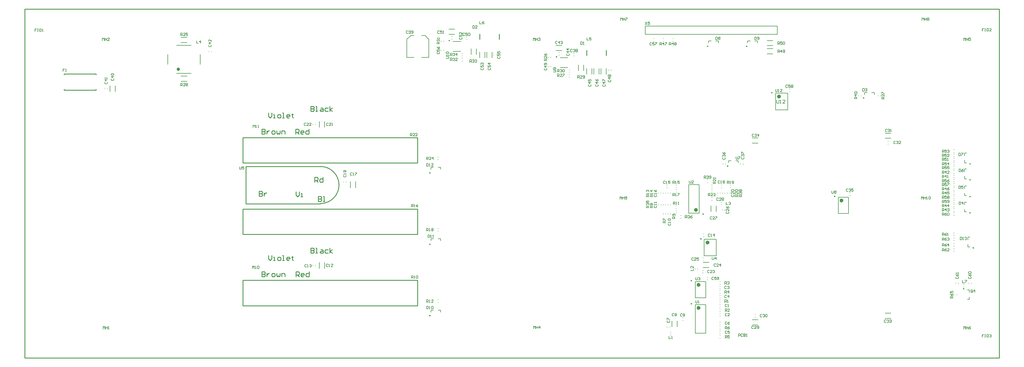
<source format=gto>
G04 Layer_Color=65535*
%FSLAX43Y43*%
%MOMM*%
G71*
G01*
G75*
%ADD30C,0.250*%
%ADD31C,0.500*%
%ADD32C,0.150*%
%ADD33C,0.200*%
%ADD35C,0.254*%
%ADD36C,0.178*%
%ADD69C,0.600*%
%ADD70C,0.100*%
D30*
X208250Y36675D02*
G03*
X208250Y36675I-125J0D01*
G01*
X289150Y21300D02*
G03*
X289150Y21300I-125J0D01*
G01*
X249400Y49780D02*
G03*
X249400Y49780I-125J0D01*
G01*
X230075Y81725D02*
G03*
X230075Y81725I-125J0D01*
G01*
X205300Y16685D02*
G03*
X205300Y16685I-125J0D01*
G01*
X205300Y23780D02*
G03*
X205300Y23780I-125J0D01*
G01*
X163800Y92775D02*
G03*
X163800Y92775I-125J0D01*
G01*
X124825Y57025D02*
G03*
X124825Y57025I-125J0D01*
G01*
Y35025D02*
G03*
X124825Y35025I-125J0D01*
G01*
Y13025D02*
G03*
X124825Y13025I-125J0D01*
G01*
X130800Y97775D02*
G03*
X130800Y97775I-125J0D01*
G01*
X216455Y59095D02*
G03*
X216455Y59095I-125J0D01*
G01*
X208950Y44315D02*
G03*
X208950Y44315I-125J0D01*
G01*
X222325Y96025D02*
G03*
X222325Y96025I-125J0D01*
G01*
X210325D02*
G03*
X210325Y96025I-125J0D01*
G01*
X291100Y59800D02*
G03*
X291100Y59800I-125J0D01*
G01*
Y54900D02*
G03*
X291100Y54900I-125J0D01*
G01*
Y49700D02*
G03*
X291100Y49700I-125J0D01*
G01*
Y44700D02*
G03*
X291100Y44700I-125J0D01*
G01*
X258325Y80125D02*
G03*
X258325Y80125I-125J0D01*
G01*
X292100Y33900D02*
G03*
X292100Y33900I-125J0D01*
G01*
D31*
X47500Y88950D02*
G03*
X47500Y88950I-250J0D01*
G01*
D32*
X52900Y97800D02*
Y97000D01*
X53433D01*
X54100D02*
Y97800D01*
X53700Y97400D01*
X54233D01*
X211600Y31050D02*
Y30383D01*
X211733Y30250D01*
X212000D01*
X212133Y30383D01*
Y31050D01*
X212800Y30250D02*
Y31050D01*
X212400Y30650D01*
X212933D01*
X173023Y98708D02*
Y97908D01*
X173556D01*
X174356Y98708D02*
X173823D01*
Y98308D01*
X174089Y98441D01*
X174223D01*
X174356Y98308D01*
Y98041D01*
X174223Y97908D01*
X173956D01*
X173823Y98041D01*
X291733Y20333D02*
Y20866D01*
X291600Y21000D01*
X291333D01*
X291200Y20866D01*
Y20333D01*
X291333Y20200D01*
X291600D01*
X291467Y20467D02*
X291733Y20200D01*
X291600D02*
X291733Y20333D01*
X292400Y20200D02*
Y21000D01*
X292000Y20600D01*
X292533D01*
X248435Y51486D02*
Y50819D01*
X248568Y50686D01*
X248834D01*
X248968Y50819D01*
Y51486D01*
X249234Y51352D02*
X249368Y51486D01*
X249634D01*
X249768Y51352D01*
Y51219D01*
X249634Y51086D01*
X249768Y50952D01*
Y50819D01*
X249634Y50686D01*
X249368D01*
X249234Y50819D01*
Y50952D01*
X249368Y51086D01*
X249234Y51219D01*
Y51352D01*
X249368Y51086D02*
X249634D01*
X171100Y97400D02*
Y96600D01*
X171500D01*
X171633Y96733D01*
Y97266D01*
X171500Y97400D01*
X171100D01*
X171900Y96600D02*
X172166D01*
X172033D01*
Y97400D01*
X171900Y97266D01*
X285700Y18400D02*
X284900D01*
Y18800D01*
X285034Y18933D01*
X285300D01*
X285433Y18800D01*
Y18400D01*
Y18667D02*
X285700Y18933D01*
X284900Y19733D02*
X285034Y19466D01*
X285300Y19200D01*
X285567D01*
X285700Y19333D01*
Y19600D01*
X285567Y19733D01*
X285433D01*
X285300Y19600D01*
Y19200D01*
X284900Y20533D02*
Y19999D01*
X285300D01*
X285167Y20266D01*
Y20399D01*
X285300Y20533D01*
X285567D01*
X285700Y20399D01*
Y20133D01*
X285567Y19999D01*
X70100Y27500D02*
Y28300D01*
X70367Y28033D01*
X70633Y28300D01*
Y27500D01*
X70900D02*
X71166D01*
X71033D01*
Y28300D01*
X70900Y28166D01*
X71566D02*
X71699Y28300D01*
X71966D01*
X72099Y28166D01*
Y27633D01*
X71966Y27500D01*
X71699D01*
X71566Y27633D01*
Y28166D01*
X231100Y82800D02*
Y82133D01*
X231233Y82000D01*
X231500D01*
X231633Y82133D01*
Y82800D01*
X231900Y82000D02*
X232166D01*
X232033D01*
Y82800D01*
X231900Y82666D01*
X233099Y82000D02*
X232566D01*
X233099Y82533D01*
Y82666D01*
X232966Y82800D01*
X232699D01*
X232566Y82666D01*
X12279Y89083D02*
X11746D01*
Y88683D01*
X12013D01*
X11746D01*
Y88283D01*
X12546D02*
X12813D01*
X12679D01*
Y89083D01*
X12546Y88949D01*
X119000Y24500D02*
Y25300D01*
X119400D01*
X119533Y25166D01*
Y24900D01*
X119400Y24767D01*
X119000D01*
X119267D02*
X119533Y24500D01*
X119800D02*
X120066D01*
X119933D01*
Y25300D01*
X119800Y25166D01*
X120466D02*
X120599Y25300D01*
X120866D01*
X120999Y25166D01*
Y24633D01*
X120866Y24500D01*
X120599D01*
X120466Y24633D01*
Y25166D01*
X288600Y23900D02*
Y23100D01*
X289133D01*
X289400Y23900D02*
X289933D01*
Y23766D01*
X289400Y23233D01*
Y23100D01*
X117933Y100666D02*
X117800Y100800D01*
X117533D01*
X117400Y100666D01*
Y100133D01*
X117533Y100000D01*
X117800D01*
X117933Y100133D01*
X118200Y100666D02*
X118333Y100800D01*
X118600D01*
X118733Y100666D01*
Y100533D01*
X118600Y100400D01*
X118466D01*
X118600D01*
X118733Y100267D01*
Y100133D01*
X118600Y100000D01*
X118333D01*
X118200Y100133D01*
X118999D02*
X119133Y100000D01*
X119399D01*
X119533Y100133D01*
Y100666D01*
X119399Y100800D01*
X119133D01*
X118999Y100666D01*
Y100533D01*
X119133Y100400D01*
X119533D01*
X191000Y103500D02*
X191533Y102700D01*
Y103500D02*
X191000Y102700D01*
X192333Y103500D02*
X191800D01*
Y103100D01*
X192066Y103233D01*
X192200D01*
X192333Y103100D01*
Y102833D01*
X192200Y102700D01*
X191933D01*
X191800Y102833D01*
X3633Y101400D02*
X3100D01*
Y101000D01*
X3367D01*
X3100D01*
Y100600D01*
X3900Y101400D02*
X4166D01*
X4033D01*
Y100600D01*
X3900D01*
X4166D01*
X4566Y101400D02*
Y100600D01*
X4966D01*
X5099Y100733D01*
Y101266D01*
X4966Y101400D01*
X4566D01*
X5366Y100600D02*
X5633D01*
X5499D01*
Y101400D01*
X5366Y101266D01*
X206500Y17700D02*
Y17033D01*
X206633Y16900D01*
X206900D01*
X207033Y17033D01*
Y17700D01*
X207300Y16900D02*
X207566D01*
X207433D01*
Y17700D01*
X207300Y17566D01*
X206500Y24800D02*
Y24133D01*
X206633Y24000D01*
X206900D01*
X207033Y24133D01*
Y24800D01*
X207300Y24666D02*
X207433Y24800D01*
X207700D01*
X207833Y24666D01*
Y24533D01*
X207700Y24400D01*
X207566D01*
X207700D01*
X207833Y24267D01*
Y24133D01*
X207700Y24000D01*
X207433D01*
X207300Y24133D01*
X199833Y13566D02*
X199700Y13700D01*
X199433D01*
X199300Y13566D01*
Y13033D01*
X199433Y12900D01*
X199700D01*
X199833Y13033D01*
X200100Y13566D02*
X200233Y13700D01*
X200500D01*
X200633Y13566D01*
Y13433D01*
X200500Y13300D01*
X200633Y13167D01*
Y13033D01*
X200500Y12900D01*
X200233D01*
X200100Y13033D01*
Y13167D01*
X200233Y13300D01*
X200100Y13433D01*
Y13566D01*
X200233Y13300D02*
X200500D01*
X286734Y24933D02*
X286600Y24800D01*
Y24533D01*
X286734Y24400D01*
X287267D01*
X287400Y24533D01*
Y24800D01*
X287267Y24933D01*
X286600Y25733D02*
X286734Y25466D01*
X287000Y25200D01*
X287267D01*
X287400Y25333D01*
Y25600D01*
X287267Y25733D01*
X287133D01*
X287000Y25600D01*
Y25200D01*
X287400Y25999D02*
Y26266D01*
Y26133D01*
X286600D01*
X286734Y25999D01*
X66100Y58900D02*
Y58233D01*
X66233Y58100D01*
X66500D01*
X66633Y58233D01*
Y58900D01*
X67433D02*
X66900D01*
Y58500D01*
X67166Y58633D01*
X67300D01*
X67433Y58500D01*
Y58233D01*
X67300Y58100D01*
X67033D01*
X66900Y58233D01*
X289000Y8900D02*
Y9700D01*
X289267Y9433D01*
X289533Y9700D01*
Y8900D01*
X289800Y9700D02*
Y8900D01*
Y9300D01*
X290333D01*
Y9700D01*
Y8900D01*
X291133Y9700D02*
X290866Y9566D01*
X290599Y9300D01*
Y9033D01*
X290733Y8900D01*
X290999D01*
X291133Y9033D01*
Y9167D01*
X290999Y9300D01*
X290599D01*
X183400Y104000D02*
Y104800D01*
X183667Y104533D01*
X183933Y104800D01*
Y104000D01*
X184200Y104800D02*
Y104000D01*
Y104400D01*
X184733D01*
Y104800D01*
Y104000D01*
X184999Y104800D02*
X185533D01*
Y104666D01*
X184999Y104133D01*
Y104000D01*
X48000Y99300D02*
Y100100D01*
X48400D01*
X48533Y99966D01*
Y99700D01*
X48400Y99567D01*
X48000D01*
X48267D02*
X48533Y99300D01*
X49333D02*
X48800D01*
X49333Y99833D01*
Y99966D01*
X49200Y100100D01*
X48933D01*
X48800Y99966D01*
X50133Y100100D02*
X49599D01*
Y99700D01*
X49866Y99833D01*
X49999D01*
X50133Y99700D01*
Y99433D01*
X49999Y99300D01*
X49733D01*
X49599Y99433D01*
X162700Y88100D02*
X163367D01*
X163500Y88233D01*
Y88500D01*
X163367Y88633D01*
X162700D01*
X163367Y88900D02*
X163500Y89033D01*
Y89300D01*
X163367Y89433D01*
X162834D01*
X162700Y89300D01*
Y89033D01*
X162834Y88900D01*
X162967D01*
X163100Y89033D01*
Y89433D01*
X276000Y48900D02*
Y49700D01*
X276267Y49433D01*
X276533Y49700D01*
Y48900D01*
X276800Y49700D02*
Y48900D01*
Y49300D01*
X277333D01*
Y49700D01*
Y48900D01*
X277599D02*
X277866D01*
X277733D01*
Y49700D01*
X277599Y49566D01*
X278266D02*
X278399Y49700D01*
X278666D01*
X278799Y49566D01*
Y49033D01*
X278666Y48900D01*
X278399D01*
X278266Y49033D01*
Y49566D01*
X183200Y48900D02*
Y49700D01*
X183467Y49433D01*
X183733Y49700D01*
Y48900D01*
X184000Y49700D02*
Y48900D01*
Y49300D01*
X184533D01*
Y49700D01*
Y48900D01*
X184799Y49033D02*
X184933Y48900D01*
X185199D01*
X185333Y49033D01*
Y49566D01*
X185199Y49700D01*
X184933D01*
X184799Y49566D01*
Y49433D01*
X184933Y49300D01*
X185333D01*
X276200Y104000D02*
Y104800D01*
X276467Y104533D01*
X276733Y104800D01*
Y104000D01*
X277000Y104800D02*
Y104000D01*
Y104400D01*
X277533D01*
Y104800D01*
Y104000D01*
X277799Y104666D02*
X277933Y104800D01*
X278199D01*
X278333Y104666D01*
Y104533D01*
X278199Y104400D01*
X278333Y104267D01*
Y104133D01*
X278199Y104000D01*
X277933D01*
X277799Y104133D01*
Y104267D01*
X277933Y104400D01*
X277799Y104533D01*
Y104666D01*
X277933Y104400D02*
X278199D01*
X209100Y55300D02*
Y56100D01*
X209500D01*
X209633Y55966D01*
Y55700D01*
X209500Y55567D01*
X209100D01*
X209367D02*
X209633Y55300D01*
X209900Y55966D02*
X210033Y56100D01*
X210300D01*
X210433Y55966D01*
Y55833D01*
X210300Y55700D01*
X210166D01*
X210300D01*
X210433Y55567D01*
Y55433D01*
X210300Y55300D01*
X210033D01*
X209900Y55433D01*
X210699D02*
X210833Y55300D01*
X211099D01*
X211233Y55433D01*
Y55966D01*
X211099Y56100D01*
X210833D01*
X210699Y55966D01*
Y55833D01*
X210833Y55700D01*
X211233D01*
X220700Y49700D02*
X219900D01*
Y50100D01*
X220034Y50233D01*
X220300D01*
X220433Y50100D01*
Y49700D01*
Y49967D02*
X220700Y50233D01*
X220034Y50500D02*
X219900Y50633D01*
Y50900D01*
X220034Y51033D01*
X220167D01*
X220300Y50900D01*
Y50766D01*
Y50900D01*
X220433Y51033D01*
X220567D01*
X220700Y50900D01*
Y50633D01*
X220567Y50500D01*
X220034Y51299D02*
X219900Y51433D01*
Y51699D01*
X220034Y51833D01*
X220167D01*
X220300Y51699D01*
X220433Y51833D01*
X220567D01*
X220700Y51699D01*
Y51433D01*
X220567Y51299D01*
X220433D01*
X220300Y51433D01*
X220167Y51299D01*
X220034D01*
X220300Y51433D02*
Y51699D01*
X203300Y43100D02*
Y43900D01*
X203700D01*
X203833Y43766D01*
Y43500D01*
X203700Y43367D01*
X203300D01*
X203567D02*
X203833Y43100D01*
X204100Y43766D02*
X204233Y43900D01*
X204500D01*
X204633Y43766D01*
Y43633D01*
X204500Y43500D01*
X204366D01*
X204500D01*
X204633Y43367D01*
Y43233D01*
X204500Y43100D01*
X204233D01*
X204100Y43233D01*
X205433Y43900D02*
X205166Y43766D01*
X204899Y43500D01*
Y43233D01*
X205033Y43100D01*
X205299D01*
X205433Y43233D01*
Y43367D01*
X205299Y43500D01*
X204899D01*
X192100Y46300D02*
X191300D01*
Y46700D01*
X191434Y46833D01*
X191700D01*
X191833Y46700D01*
Y46300D01*
Y46567D02*
X192100Y46833D01*
X191434Y47100D02*
X191300Y47233D01*
Y47500D01*
X191434Y47633D01*
X191567D01*
X191700Y47500D01*
Y47366D01*
Y47500D01*
X191833Y47633D01*
X191967D01*
X192100Y47500D01*
Y47233D01*
X191967Y47100D01*
X191300Y48433D02*
Y47899D01*
X191700D01*
X191567Y48166D01*
Y48299D01*
X191700Y48433D01*
X191967D01*
X192100Y48299D01*
Y48033D01*
X191967Y47899D01*
X123700Y59900D02*
Y59100D01*
X124100D01*
X124233Y59233D01*
Y59766D01*
X124100Y59900D01*
X123700D01*
X124500Y59100D02*
X124766D01*
X124633D01*
Y59900D01*
X124500Y59766D01*
X125699Y59100D02*
X125166D01*
X125699Y59633D01*
Y59766D01*
X125566Y59900D01*
X125299D01*
X125166Y59766D01*
X124100Y37900D02*
Y37100D01*
X124500D01*
X124633Y37233D01*
Y37766D01*
X124500Y37900D01*
X124100D01*
X124900Y37100D02*
X125166D01*
X125033D01*
Y37900D01*
X124900Y37766D01*
X125566Y37100D02*
X125833D01*
X125699D01*
Y37900D01*
X125566Y37766D01*
X123700Y15900D02*
Y15100D01*
X124100D01*
X124233Y15233D01*
Y15766D01*
X124100Y15900D01*
X123700D01*
X124500Y15100D02*
X124766D01*
X124633D01*
Y15900D01*
X124500Y15766D01*
X125166D02*
X125299Y15900D01*
X125566D01*
X125699Y15766D01*
Y15233D01*
X125566Y15100D01*
X125299D01*
X125166Y15233D01*
Y15766D01*
X212033Y24766D02*
X211900Y24900D01*
X211633D01*
X211500Y24766D01*
Y24233D01*
X211633Y24100D01*
X211900D01*
X212033Y24233D01*
X212833Y24900D02*
X212300D01*
Y24500D01*
X212566Y24633D01*
X212700D01*
X212833Y24500D01*
Y24233D01*
X212700Y24100D01*
X212433D01*
X212300Y24233D01*
X213099D02*
X213233Y24100D01*
X213499D01*
X213633Y24233D01*
Y24766D01*
X213499Y24900D01*
X213233D01*
X213099Y24766D01*
Y24633D01*
X213233Y24500D01*
X213633D01*
X70300Y71000D02*
Y71800D01*
X70567Y71533D01*
X70833Y71800D01*
Y71000D01*
X71100D02*
X71366D01*
X71233D01*
Y71800D01*
X71100Y71666D01*
X71766Y71000D02*
X72033D01*
X71899D01*
Y71800D01*
X71766Y71666D01*
X129700Y92300D02*
X130367D01*
X130500Y92433D01*
Y92700D01*
X130367Y92833D01*
X129700D01*
X130500Y93100D02*
Y93366D01*
Y93233D01*
X129700D01*
X129834Y93100D01*
Y93766D02*
X129700Y93899D01*
Y94166D01*
X129834Y94299D01*
X130367D01*
X130500Y94166D01*
Y93899D01*
X130367Y93766D01*
X129834D01*
X218900Y62000D02*
Y61333D01*
X219033Y61200D01*
X219300D01*
X219433Y61333D01*
Y62000D01*
X219700D02*
X220233D01*
Y61866D01*
X219700Y61333D01*
Y61200D01*
X204500Y54600D02*
Y53933D01*
X204633Y53800D01*
X204900D01*
X205033Y53933D01*
Y54600D01*
X205833Y53800D02*
X205300D01*
X205833Y54333D01*
Y54466D01*
X205700Y54600D01*
X205433D01*
X205300Y54466D01*
X231800Y96600D02*
Y97400D01*
X232200D01*
X232333Y97266D01*
Y97000D01*
X232200Y96867D01*
X231800D01*
X232067D02*
X232333Y96600D01*
X233133Y97400D02*
X232600D01*
Y97000D01*
X232866Y97133D01*
X233000D01*
X233133Y97000D01*
Y96733D01*
X233000Y96600D01*
X232733D01*
X232600Y96733D01*
X233399Y97266D02*
X233533Y97400D01*
X233799D01*
X233933Y97266D01*
Y96733D01*
X233799Y96600D01*
X233533D01*
X233399Y96733D01*
Y97266D01*
X231800Y94100D02*
Y94900D01*
X232200D01*
X232333Y94766D01*
Y94500D01*
X232200Y94367D01*
X231800D01*
X232067D02*
X232333Y94100D01*
X233000D02*
Y94900D01*
X232600Y94500D01*
X233133D01*
X233399Y94233D02*
X233533Y94100D01*
X233799D01*
X233933Y94233D01*
Y94766D01*
X233799Y94900D01*
X233533D01*
X233399Y94766D01*
Y94633D01*
X233533Y94500D01*
X233933D01*
X198400Y96400D02*
Y97200D01*
X198800D01*
X198933Y97066D01*
Y96800D01*
X198800Y96667D01*
X198400D01*
X198667D02*
X198933Y96400D01*
X199600D02*
Y97200D01*
X199200Y96800D01*
X199733D01*
X199999Y97066D02*
X200133Y97200D01*
X200399D01*
X200533Y97066D01*
Y96933D01*
X200399Y96800D01*
X200533Y96667D01*
Y96533D01*
X200399Y96400D01*
X200133D01*
X199999Y96533D01*
Y96667D01*
X200133Y96800D01*
X199999Y96933D01*
Y97066D01*
X200133Y96800D02*
X200399D01*
X195500Y96400D02*
Y97200D01*
X195900D01*
X196033Y97066D01*
Y96800D01*
X195900Y96667D01*
X195500D01*
X195767D02*
X196033Y96400D01*
X196700D02*
Y97200D01*
X196300Y96800D01*
X196833D01*
X197099Y97200D02*
X197633D01*
Y97066D01*
X197099Y96533D01*
Y96400D01*
X282400Y51700D02*
Y52500D01*
X282800D01*
X282933Y52366D01*
Y52100D01*
X282800Y51967D01*
X282400D01*
X282667D02*
X282933Y51700D01*
X283600D02*
Y52500D01*
X283200Y52100D01*
X283733D01*
X284533Y52500D02*
X284266Y52366D01*
X283999Y52100D01*
Y51833D01*
X284133Y51700D01*
X284399D01*
X284533Y51833D01*
Y51967D01*
X284399Y52100D01*
X283999D01*
X282400Y50400D02*
Y51200D01*
X282800D01*
X282933Y51066D01*
Y50800D01*
X282800Y50667D01*
X282400D01*
X282667D02*
X282933Y50400D01*
X283600D02*
Y51200D01*
X283200Y50800D01*
X283733D01*
X284533Y51200D02*
X283999D01*
Y50800D01*
X284266Y50933D01*
X284399D01*
X284533Y50800D01*
Y50533D01*
X284399Y50400D01*
X284133D01*
X283999Y50533D01*
X282400Y46500D02*
Y47300D01*
X282800D01*
X282933Y47166D01*
Y46900D01*
X282800Y46767D01*
X282400D01*
X282667D02*
X282933Y46500D01*
X283600D02*
Y47300D01*
X283200Y46900D01*
X283733D01*
X284399Y46500D02*
Y47300D01*
X283999Y46900D01*
X284533D01*
X282400Y45200D02*
Y46000D01*
X282800D01*
X282933Y45866D01*
Y45600D01*
X282800Y45467D01*
X282400D01*
X282667D02*
X282933Y45200D01*
X283600D02*
Y46000D01*
X283200Y45600D01*
X283733D01*
X283999Y45866D02*
X284133Y46000D01*
X284399D01*
X284533Y45866D01*
Y45733D01*
X284399Y45600D01*
X284266D01*
X284399D01*
X284533Y45467D01*
Y45333D01*
X284399Y45200D01*
X284133D01*
X283999Y45333D01*
X256200Y79900D02*
X255400D01*
Y80300D01*
X255534Y80433D01*
X255800D01*
X255933Y80300D01*
Y79900D01*
Y80167D02*
X256200Y80433D01*
Y81100D02*
X255400D01*
X255800Y80700D01*
Y81233D01*
X255534Y81499D02*
X255400Y81633D01*
Y81899D01*
X255534Y82033D01*
X256067D01*
X256200Y81899D01*
Y81633D01*
X256067Y81499D01*
X255534D01*
X264600Y79800D02*
X263800D01*
Y80200D01*
X263934Y80333D01*
X264200D01*
X264333Y80200D01*
Y79800D01*
Y80067D02*
X264600Y80333D01*
X263934Y80600D02*
X263800Y80733D01*
Y81000D01*
X263934Y81133D01*
X264067D01*
X264200Y81000D01*
Y80866D01*
Y81000D01*
X264333Y81133D01*
X264467D01*
X264600Y81000D01*
Y80733D01*
X264467Y80600D01*
X263800Y81399D02*
Y81933D01*
X263934D01*
X264467Y81399D01*
X264600D01*
X131000Y93100D02*
Y93900D01*
X131400D01*
X131533Y93766D01*
Y93500D01*
X131400Y93367D01*
X131000D01*
X131267D02*
X131533Y93100D01*
X131800Y93766D02*
X131933Y93900D01*
X132200D01*
X132333Y93766D01*
Y93633D01*
X132200Y93500D01*
X132066D01*
X132200D01*
X132333Y93367D01*
Y93233D01*
X132200Y93100D01*
X131933D01*
X131800Y93233D01*
X132999Y93100D02*
Y93900D01*
X132599Y93500D01*
X133133D01*
X137000Y91100D02*
Y91900D01*
X137400D01*
X137533Y91766D01*
Y91500D01*
X137400Y91367D01*
X137000D01*
X137267D02*
X137533Y91100D01*
X137800Y91766D02*
X137933Y91900D01*
X138200D01*
X138333Y91766D01*
Y91633D01*
X138200Y91500D01*
X138066D01*
X138200D01*
X138333Y91367D01*
Y91233D01*
X138200Y91100D01*
X137933D01*
X137800Y91233D01*
X138600Y91766D02*
X138733Y91900D01*
X138999D01*
X139133Y91766D01*
Y91633D01*
X138999Y91500D01*
X138866D01*
X138999D01*
X139133Y91367D01*
Y91233D01*
X138999Y91100D01*
X138733D01*
X138600Y91233D01*
X131000Y91600D02*
Y92400D01*
X131400D01*
X131533Y92266D01*
Y92000D01*
X131400Y91867D01*
X131000D01*
X131267D02*
X131533Y91600D01*
X131800Y92266D02*
X131933Y92400D01*
X132200D01*
X132333Y92266D01*
Y92133D01*
X132200Y92000D01*
X132066D01*
X132200D01*
X132333Y91867D01*
Y91733D01*
X132200Y91600D01*
X131933D01*
X131800Y91733D01*
X133133Y91600D02*
X132599D01*
X133133Y92133D01*
Y92266D01*
X132999Y92400D01*
X132733D01*
X132599Y92266D01*
X127700Y96800D02*
X126900D01*
Y97200D01*
X127034Y97333D01*
X127300D01*
X127433Y97200D01*
Y96800D01*
Y97067D02*
X127700Y97333D01*
X127034Y97600D02*
X126900Y97733D01*
Y98000D01*
X127034Y98133D01*
X127167D01*
X127300Y98000D01*
Y97866D01*
Y98000D01*
X127433Y98133D01*
X127567D01*
X127700Y98000D01*
Y97733D01*
X127567Y97600D01*
X127700Y98399D02*
Y98666D01*
Y98533D01*
X126900D01*
X127034Y98399D01*
X164000Y88100D02*
Y88900D01*
X164400D01*
X164533Y88766D01*
Y88500D01*
X164400Y88367D01*
X164000D01*
X164267D02*
X164533Y88100D01*
X164800Y88766D02*
X164933Y88900D01*
X165200D01*
X165333Y88766D01*
Y88633D01*
X165200Y88500D01*
X165066D01*
X165200D01*
X165333Y88367D01*
Y88233D01*
X165200Y88100D01*
X164933D01*
X164800Y88233D01*
X165599Y88766D02*
X165733Y88900D01*
X165999D01*
X166133Y88766D01*
Y88233D01*
X165999Y88100D01*
X165733D01*
X165599Y88233D01*
Y88766D01*
X170200Y86200D02*
Y87000D01*
X170600D01*
X170733Y86866D01*
Y86600D01*
X170600Y86467D01*
X170200D01*
X170467D02*
X170733Y86200D01*
X171533D02*
X171000D01*
X171533Y86733D01*
Y86866D01*
X171400Y87000D01*
X171133D01*
X171000Y86866D01*
X171799Y86333D02*
X171933Y86200D01*
X172199D01*
X172333Y86333D01*
Y86866D01*
X172199Y87000D01*
X171933D01*
X171799Y86866D01*
Y86733D01*
X171933Y86600D01*
X172333D01*
X48000Y83800D02*
Y84600D01*
X48400D01*
X48533Y84466D01*
Y84200D01*
X48400Y84067D01*
X48000D01*
X48267D02*
X48533Y83800D01*
X49333D02*
X48800D01*
X49333Y84333D01*
Y84466D01*
X49200Y84600D01*
X48933D01*
X48800Y84466D01*
X49599D02*
X49733Y84600D01*
X49999D01*
X50133Y84466D01*
Y84333D01*
X49999Y84200D01*
X50133Y84067D01*
Y83933D01*
X49999Y83800D01*
X49733D01*
X49599Y83933D01*
Y84067D01*
X49733Y84200D01*
X49599Y84333D01*
Y84466D01*
X49733Y84200D02*
X49999D01*
X164000Y86700D02*
Y87500D01*
X164400D01*
X164533Y87366D01*
Y87100D01*
X164400Y86967D01*
X164000D01*
X164267D02*
X164533Y86700D01*
X165333D02*
X164800D01*
X165333Y87233D01*
Y87366D01*
X165200Y87500D01*
X164933D01*
X164800Y87366D01*
X165599Y87500D02*
X166133D01*
Y87366D01*
X165599Y86833D01*
Y86700D01*
X160700Y91600D02*
X159900D01*
Y92000D01*
X160034Y92133D01*
X160300D01*
X160433Y92000D01*
Y91600D01*
Y91867D02*
X160700Y92133D01*
Y92933D02*
Y92400D01*
X160167Y92933D01*
X160034D01*
X159900Y92800D01*
Y92533D01*
X160034Y92400D01*
X159900Y93733D02*
X160034Y93466D01*
X160300Y93199D01*
X160567D01*
X160700Y93333D01*
Y93599D01*
X160567Y93733D01*
X160433D01*
X160300Y93599D01*
Y93199D01*
X123700Y61100D02*
Y61900D01*
X124100D01*
X124233Y61766D01*
Y61500D01*
X124100Y61367D01*
X123700D01*
X123967D02*
X124233Y61100D01*
X125033D02*
X124500D01*
X125033Y61633D01*
Y61766D01*
X124900Y61900D01*
X124633D01*
X124500Y61766D01*
X125699Y61100D02*
Y61900D01*
X125299Y61500D01*
X125833D01*
X210400Y49900D02*
Y50700D01*
X210800D01*
X210933Y50566D01*
Y50300D01*
X210800Y50167D01*
X210400D01*
X210667D02*
X210933Y49900D01*
X211733D02*
X211200D01*
X211733Y50433D01*
Y50566D01*
X211600Y50700D01*
X211333D01*
X211200Y50566D01*
X211999D02*
X212133Y50700D01*
X212399D01*
X212533Y50566D01*
Y50433D01*
X212399Y50300D01*
X212266D01*
X212399D01*
X212533Y50167D01*
Y50033D01*
X212399Y49900D01*
X212133D01*
X211999Y50033D01*
X118700Y68400D02*
Y69200D01*
X119100D01*
X119233Y69066D01*
Y68800D01*
X119100Y68667D01*
X118700D01*
X118967D02*
X119233Y68400D01*
X120033D02*
X119500D01*
X120033Y68933D01*
Y69066D01*
X119900Y69200D01*
X119633D01*
X119500Y69066D01*
X120833Y68400D02*
X120299D01*
X120833Y68933D01*
Y69066D01*
X120699Y69200D01*
X120433D01*
X120299Y69066D01*
X212700Y53700D02*
X211900D01*
Y54100D01*
X212034Y54233D01*
X212300D01*
X212433Y54100D01*
Y53700D01*
Y53967D02*
X212700Y54233D01*
Y55033D02*
Y54500D01*
X212167Y55033D01*
X212034D01*
X211900Y54900D01*
Y54633D01*
X212034Y54500D01*
X212700Y55299D02*
Y55566D01*
Y55433D01*
X211900D01*
X212034Y55299D01*
X219500Y49700D02*
X218700D01*
Y50100D01*
X218834Y50233D01*
X219100D01*
X219233Y50100D01*
Y49700D01*
Y49967D02*
X219500Y50233D01*
Y51033D02*
Y50500D01*
X218967Y51033D01*
X218834D01*
X218700Y50900D01*
Y50633D01*
X218834Y50500D01*
Y51299D02*
X218700Y51433D01*
Y51699D01*
X218834Y51833D01*
X219367D01*
X219500Y51699D01*
Y51433D01*
X219367Y51299D01*
X218834D01*
X216200Y53700D02*
Y54500D01*
X216600D01*
X216733Y54366D01*
Y54100D01*
X216600Y53967D01*
X216200D01*
X216467D02*
X216733Y53700D01*
X217000D02*
X217266D01*
X217133D01*
Y54500D01*
X217000Y54366D01*
X217666Y53833D02*
X217799Y53700D01*
X218066D01*
X218199Y53833D01*
Y54366D01*
X218066Y54500D01*
X217799D01*
X217666Y54366D01*
Y54233D01*
X217799Y54100D01*
X218199D01*
X123700Y39100D02*
Y39900D01*
X124100D01*
X124233Y39766D01*
Y39500D01*
X124100Y39367D01*
X123700D01*
X123967D02*
X124233Y39100D01*
X124500D02*
X124766D01*
X124633D01*
Y39900D01*
X124500Y39766D01*
X125166D02*
X125299Y39900D01*
X125566D01*
X125699Y39766D01*
Y39633D01*
X125566Y39500D01*
X125699Y39367D01*
Y39233D01*
X125566Y39100D01*
X125299D01*
X125166Y39233D01*
Y39367D01*
X125299Y39500D01*
X125166Y39633D01*
Y39766D01*
X125299Y39500D02*
X125566D01*
X199500Y49900D02*
Y50700D01*
X199900D01*
X200033Y50566D01*
Y50300D01*
X199900Y50167D01*
X199500D01*
X199767D02*
X200033Y49900D01*
X200300D02*
X200566D01*
X200433D01*
Y50700D01*
X200300Y50566D01*
X200966Y50700D02*
X201499D01*
Y50566D01*
X200966Y50033D01*
Y49900D01*
X119000Y46500D02*
Y47300D01*
X119400D01*
X119533Y47166D01*
Y46900D01*
X119400Y46767D01*
X119000D01*
X119267D02*
X119533Y46500D01*
X119800D02*
X120066D01*
X119933D01*
Y47300D01*
X119800Y47166D01*
X120999Y47300D02*
X120733Y47166D01*
X120466Y46900D01*
Y46633D01*
X120599Y46500D01*
X120866D01*
X120999Y46633D01*
Y46767D01*
X120866Y46900D01*
X120466D01*
X199500Y53700D02*
Y54500D01*
X199900D01*
X200033Y54366D01*
Y54100D01*
X199900Y53967D01*
X199500D01*
X199767D02*
X200033Y53700D01*
X200300D02*
X200566D01*
X200433D01*
Y54500D01*
X200300Y54366D01*
X201499Y54500D02*
X200966D01*
Y54100D01*
X201233Y54233D01*
X201366D01*
X201499Y54100D01*
Y53833D01*
X201366Y53700D01*
X201099D01*
X200966Y53833D01*
X193300Y49700D02*
X192500D01*
Y50100D01*
X192634Y50233D01*
X192900D01*
X193033Y50100D01*
Y49700D01*
Y49967D02*
X193300Y50233D01*
Y50500D02*
Y50766D01*
Y50633D01*
X192500D01*
X192634Y50500D01*
X193300Y51566D02*
X192500D01*
X192900Y51166D01*
Y51699D01*
X192100Y49700D02*
X191300D01*
Y50100D01*
X191434Y50233D01*
X191700D01*
X191833Y50100D01*
Y49700D01*
Y49967D02*
X192100Y50233D01*
Y50500D02*
Y50766D01*
Y50633D01*
X191300D01*
X191434Y50500D01*
Y51166D02*
X191300Y51299D01*
Y51566D01*
X191434Y51699D01*
X191567D01*
X191700Y51566D01*
Y51433D01*
Y51566D01*
X191833Y51699D01*
X191967D01*
X192100Y51566D01*
Y51299D01*
X191967Y51166D01*
X123700Y17100D02*
Y17900D01*
X124100D01*
X124233Y17766D01*
Y17500D01*
X124100Y17367D01*
X123700D01*
X123967D02*
X124233Y17100D01*
X124500D02*
X124766D01*
X124633D01*
Y17900D01*
X124500Y17766D01*
X125699Y17100D02*
X125166D01*
X125699Y17633D01*
Y17766D01*
X125566Y17900D01*
X125299D01*
X125166Y17766D01*
X199600Y47300D02*
Y48100D01*
X200000D01*
X200133Y47966D01*
Y47700D01*
X200000Y47567D01*
X199600D01*
X199867D02*
X200133Y47300D01*
X200400D02*
X200666D01*
X200533D01*
Y48100D01*
X200400Y47966D01*
X201066Y47300D02*
X201333D01*
X201199D01*
Y48100D01*
X201066Y47966D01*
X200200Y43000D02*
X199400D01*
Y43400D01*
X199534Y43533D01*
X199800D01*
X199933Y43400D01*
Y43000D01*
Y43267D02*
X200200Y43533D01*
X200067Y43800D02*
X200200Y43933D01*
Y44200D01*
X200067Y44333D01*
X199534D01*
X199400Y44200D01*
Y43933D01*
X199534Y43800D01*
X199667D01*
X199800Y43933D01*
Y44333D01*
X193300Y46300D02*
X192500D01*
Y46700D01*
X192634Y46833D01*
X192900D01*
X193033Y46700D01*
Y46300D01*
Y46567D02*
X193300Y46833D01*
X192634Y47100D02*
X192500Y47233D01*
Y47500D01*
X192634Y47633D01*
X192767D01*
X192900Y47500D01*
X193033Y47633D01*
X193167D01*
X193300Y47500D01*
Y47233D01*
X193167Y47100D01*
X193033D01*
X192900Y47233D01*
X192767Y47100D01*
X192634D01*
X192900Y47233D02*
Y47500D01*
X197300Y41600D02*
X196500D01*
Y42000D01*
X196634Y42133D01*
X196900D01*
X197033Y42000D01*
Y41600D01*
Y41867D02*
X197300Y42133D01*
X196500Y42400D02*
Y42933D01*
X196634D01*
X197167Y42400D01*
X197300D01*
X215600Y8900D02*
Y9700D01*
X216000D01*
X216133Y9566D01*
Y9300D01*
X216000Y9167D01*
X215600D01*
X215867D02*
X216133Y8900D01*
X216933Y9700D02*
X216666Y9566D01*
X216400Y9300D01*
Y9033D01*
X216533Y8900D01*
X216800D01*
X216933Y9033D01*
Y9167D01*
X216800Y9300D01*
X216400D01*
X215600Y6100D02*
Y6900D01*
X216000D01*
X216133Y6766D01*
Y6500D01*
X216000Y6367D01*
X215600D01*
X215867D02*
X216133Y6100D01*
X216933Y6900D02*
X216400D01*
Y6500D01*
X216666Y6633D01*
X216800D01*
X216933Y6500D01*
Y6233D01*
X216800Y6100D01*
X216533D01*
X216400Y6233D01*
X215500Y19900D02*
Y20700D01*
X215900D01*
X216033Y20566D01*
Y20300D01*
X215900Y20167D01*
X215500D01*
X215767D02*
X216033Y19900D01*
X216700D02*
Y20700D01*
X216300Y20300D01*
X216833D01*
X215500Y22700D02*
Y23500D01*
X215900D01*
X216033Y23366D01*
Y23100D01*
X215900Y22967D01*
X215500D01*
X215767D02*
X216033Y22700D01*
X216300Y23366D02*
X216433Y23500D01*
X216700D01*
X216833Y23366D01*
Y23233D01*
X216700Y23100D01*
X216566D01*
X216700D01*
X216833Y22967D01*
Y22833D01*
X216700Y22700D01*
X216433D01*
X216300Y22833D01*
X215600Y14300D02*
Y15100D01*
X216000D01*
X216133Y14966D01*
Y14700D01*
X216000Y14567D01*
X215600D01*
X215867D02*
X216133Y14300D01*
X216933D02*
X216400D01*
X216933Y14833D01*
Y14966D01*
X216800Y15100D01*
X216533D01*
X216400Y14966D01*
X215500Y17100D02*
Y17900D01*
X215900D01*
X216033Y17766D01*
Y17500D01*
X215900Y17367D01*
X215500D01*
X215767D02*
X216033Y17100D01*
X216300D02*
X216566D01*
X216433D01*
Y17900D01*
X216300Y17766D01*
X219685Y6602D02*
Y7402D01*
X220085D01*
X220218Y7269D01*
Y7002D01*
X220085Y6869D01*
X219685D01*
X221018Y7269D02*
X220885Y7402D01*
X220618D01*
X220485Y7269D01*
Y6735D01*
X220618Y6602D01*
X220885D01*
X221018Y6735D01*
X221285Y7402D02*
Y6602D01*
X221685D01*
X221818Y6735D01*
Y6869D01*
X221685Y7002D01*
X221285D01*
X221685D01*
X221818Y7135D01*
Y7269D01*
X221685Y7402D01*
X221285D01*
X222084Y6602D02*
X222351D01*
X222218D01*
Y7402D01*
X222084Y7269D01*
X156600Y9000D02*
Y9800D01*
X156867Y9533D01*
X157133Y9800D01*
Y9000D01*
X157400Y9800D02*
Y9000D01*
Y9400D01*
X157933D01*
Y9800D01*
Y9000D01*
X158599D02*
Y9800D01*
X158199Y9400D01*
X158733D01*
X156500Y97800D02*
Y98600D01*
X156767Y98333D01*
X157033Y98600D01*
Y97800D01*
X157300Y98600D02*
Y97800D01*
Y98200D01*
X157833D01*
Y98600D01*
Y97800D01*
X158099Y98466D02*
X158233Y98600D01*
X158499D01*
X158633Y98466D01*
Y98333D01*
X158499Y98200D01*
X158366D01*
X158499D01*
X158633Y98067D01*
Y97933D01*
X158499Y97800D01*
X158233D01*
X158099Y97933D01*
X23900Y97800D02*
Y98600D01*
X24167Y98333D01*
X24433Y98600D01*
Y97800D01*
X24700Y98600D02*
Y97800D01*
Y98200D01*
X25233D01*
Y98600D01*
Y97800D01*
X26033D02*
X25499D01*
X26033Y98333D01*
Y98466D01*
X25899Y98600D01*
X25633D01*
X25499Y98466D01*
X24100Y8900D02*
Y9700D01*
X24367Y9433D01*
X24633Y9700D01*
Y8900D01*
X24900Y9700D02*
Y8900D01*
Y9300D01*
X25433D01*
Y9700D01*
Y8900D01*
X25699D02*
X25966D01*
X25833D01*
Y9700D01*
X25699Y9566D01*
X140016Y103714D02*
Y102915D01*
X140550D01*
X141349Y103714D02*
X141083Y103581D01*
X140816Y103314D01*
Y103048D01*
X140949Y102915D01*
X141216D01*
X141349Y103048D01*
Y103181D01*
X141216Y103314D01*
X140816D01*
X215900Y48000D02*
Y47200D01*
X216433D01*
X216700Y47866D02*
X216833Y48000D01*
X217100D01*
X217233Y47866D01*
Y47733D01*
X217100Y47600D01*
X216966D01*
X217100D01*
X217233Y47467D01*
Y47333D01*
X217100Y47200D01*
X216833D01*
X216700Y47333D01*
X205000Y26900D02*
X205800D01*
Y27433D01*
Y28233D02*
Y27700D01*
X205267Y28233D01*
X205134D01*
X205000Y28100D01*
Y27833D01*
X205134Y27700D01*
X198300Y6700D02*
Y5900D01*
X198833D01*
X199100D02*
X199366D01*
X199233D01*
Y6700D01*
X199100Y6566D01*
X295233Y7200D02*
X294700D01*
Y6800D01*
X294967D01*
X294700D01*
Y6400D01*
X295500Y7200D02*
X295766D01*
X295633D01*
Y6400D01*
X295500D01*
X295766D01*
X296166Y7200D02*
Y6400D01*
X296566D01*
X296699Y6533D01*
Y7066D01*
X296566Y7200D01*
X296166D01*
X296966Y7066D02*
X297099Y7200D01*
X297366D01*
X297499Y7066D01*
Y6933D01*
X297366Y6800D01*
X297233D01*
X297366D01*
X297499Y6667D01*
Y6533D01*
X297366Y6400D01*
X297099D01*
X296966Y6533D01*
X295233Y101500D02*
X294700D01*
Y101100D01*
X294967D01*
X294700D01*
Y100700D01*
X295500Y101500D02*
X295766D01*
X295633D01*
Y100700D01*
X295500D01*
X295766D01*
X296166Y101500D02*
Y100700D01*
X296566D01*
X296699Y100833D01*
Y101366D01*
X296566Y101500D01*
X296166D01*
X297499Y100700D02*
X296966D01*
X297499Y101233D01*
Y101366D01*
X297366Y101500D01*
X297099D01*
X296966Y101366D01*
X224700Y98900D02*
Y98100D01*
X225100D01*
X225233Y98233D01*
Y98766D01*
X225100Y98900D01*
X224700D01*
X225500Y98233D02*
X225633Y98100D01*
X225900D01*
X226033Y98233D01*
Y98766D01*
X225900Y98900D01*
X225633D01*
X225500Y98766D01*
Y98633D01*
X225633Y98500D01*
X226033D01*
X212700Y98900D02*
Y98100D01*
X213100D01*
X213233Y98233D01*
Y98766D01*
X213100Y98900D01*
X212700D01*
X213500Y98766D02*
X213633Y98900D01*
X213900D01*
X214033Y98766D01*
Y98633D01*
X213900Y98500D01*
X214033Y98367D01*
Y98233D01*
X213900Y98100D01*
X213633D01*
X213500Y98233D01*
Y98367D01*
X213633Y98500D01*
X213500Y98633D01*
Y98766D01*
X213633Y98500D02*
X213900D01*
X287500Y63100D02*
Y62300D01*
X287900D01*
X288033Y62433D01*
Y62966D01*
X287900Y63100D01*
X287500D01*
X288300D02*
X288833D01*
Y62966D01*
X288300Y62433D01*
Y62300D01*
X287600Y58200D02*
Y57400D01*
X288000D01*
X288133Y57533D01*
Y58066D01*
X288000Y58200D01*
X287600D01*
X288933D02*
X288666Y58066D01*
X288400Y57800D01*
Y57533D01*
X288533Y57400D01*
X288800D01*
X288933Y57533D01*
Y57667D01*
X288800Y57800D01*
X288400D01*
X287500Y53000D02*
Y52200D01*
X287900D01*
X288033Y52333D01*
Y52866D01*
X287900Y53000D01*
X287500D01*
X288833D02*
X288300D01*
Y52600D01*
X288566Y52733D01*
X288700D01*
X288833Y52600D01*
Y52333D01*
X288700Y52200D01*
X288433D01*
X288300Y52333D01*
X287600Y48100D02*
Y47300D01*
X288000D01*
X288133Y47433D01*
Y47966D01*
X288000Y48100D01*
X287600D01*
X288800Y47300D02*
Y48100D01*
X288400Y47700D01*
X288933D01*
X257900Y83000D02*
Y82200D01*
X258300D01*
X258433Y82333D01*
Y82866D01*
X258300Y83000D01*
X257900D01*
X258700Y82866D02*
X258833Y83000D01*
X259100D01*
X259233Y82866D01*
Y82733D01*
X259100Y82600D01*
X258966D01*
X259100D01*
X259233Y82467D01*
Y82333D01*
X259100Y82200D01*
X258833D01*
X258700Y82333D01*
X137900Y102400D02*
Y101600D01*
X138300D01*
X138433Y101733D01*
Y102266D01*
X138300Y102400D01*
X137900D01*
X139233Y101600D02*
X138700D01*
X139233Y102133D01*
Y102266D01*
X139100Y102400D01*
X138833D01*
X138700Y102266D01*
X234833Y83966D02*
X234700Y84100D01*
X234433D01*
X234300Y83966D01*
Y83433D01*
X234433Y83300D01*
X234700D01*
X234833Y83433D01*
X235633Y84100D02*
X235100D01*
Y83700D01*
X235366Y83833D01*
X235500D01*
X235633Y83700D01*
Y83433D01*
X235500Y83300D01*
X235233D01*
X235100Y83433D01*
X235899Y83966D02*
X236033Y84100D01*
X236299D01*
X236433Y83966D01*
Y83833D01*
X236299Y83700D01*
X236433Y83567D01*
Y83433D01*
X236299Y83300D01*
X236033D01*
X235899Y83433D01*
Y83567D01*
X236033Y83700D01*
X235899Y83833D01*
Y83966D01*
X236033Y83700D02*
X236299D01*
X192933Y97066D02*
X192800Y97200D01*
X192533D01*
X192400Y97066D01*
Y96533D01*
X192533Y96400D01*
X192800D01*
X192933Y96533D01*
X193733Y97200D02*
X193200D01*
Y96800D01*
X193466Y96933D01*
X193600D01*
X193733Y96800D01*
Y96533D01*
X193600Y96400D01*
X193333D01*
X193200Y96533D01*
X193999Y97200D02*
X194533D01*
Y97066D01*
X193999Y96533D01*
Y96400D01*
X127034Y94233D02*
X126900Y94100D01*
Y93833D01*
X127034Y93700D01*
X127567D01*
X127700Y93833D01*
Y94100D01*
X127567Y94233D01*
X126900Y95033D02*
Y94500D01*
X127300D01*
X127167Y94766D01*
Y94900D01*
X127300Y95033D01*
X127567D01*
X127700Y94900D01*
Y94633D01*
X127567Y94500D01*
X126900Y95833D02*
X127034Y95566D01*
X127300Y95299D01*
X127567D01*
X127700Y95433D01*
Y95699D01*
X127567Y95833D01*
X127433D01*
X127300Y95699D01*
Y95299D01*
X145634Y92833D02*
X145500Y92700D01*
Y92433D01*
X145634Y92300D01*
X146167D01*
X146300Y92433D01*
Y92700D01*
X146167Y92833D01*
X145500Y93633D02*
Y93100D01*
X145900D01*
X145767Y93366D01*
Y93500D01*
X145900Y93633D01*
X146167D01*
X146300Y93500D01*
Y93233D01*
X146167Y93100D01*
X145500Y94433D02*
Y93899D01*
X145900D01*
X145767Y94166D01*
Y94299D01*
X145900Y94433D01*
X146167D01*
X146300Y94299D01*
Y94033D01*
X146167Y93899D01*
X142734Y89333D02*
X142600Y89200D01*
Y88933D01*
X142734Y88800D01*
X143267D01*
X143400Y88933D01*
Y89200D01*
X143267Y89333D01*
X142600Y90133D02*
Y89600D01*
X143000D01*
X142867Y89866D01*
Y90000D01*
X143000Y90133D01*
X143267D01*
X143400Y90000D01*
Y89733D01*
X143267Y89600D01*
X143400Y90799D02*
X142600D01*
X143000Y90399D01*
Y90933D01*
X140534Y89333D02*
X140400Y89200D01*
Y88933D01*
X140534Y88800D01*
X141067D01*
X141200Y88933D01*
Y89200D01*
X141067Y89333D01*
X140400Y90133D02*
Y89600D01*
X140800D01*
X140667Y89866D01*
Y90000D01*
X140800Y90133D01*
X141067D01*
X141200Y90000D01*
Y89733D01*
X141067Y89600D01*
X140534Y90399D02*
X140400Y90533D01*
Y90799D01*
X140534Y90933D01*
X140667D01*
X140800Y90799D01*
Y90666D01*
Y90799D01*
X140933Y90933D01*
X141067D01*
X141200Y90799D01*
Y90533D01*
X141067Y90399D01*
X133934Y98733D02*
X133800Y98600D01*
Y98333D01*
X133934Y98200D01*
X134467D01*
X134600Y98333D01*
Y98600D01*
X134467Y98733D01*
X133800Y99533D02*
Y99000D01*
X134200D01*
X134067Y99266D01*
Y99400D01*
X134200Y99533D01*
X134467D01*
X134600Y99400D01*
Y99133D01*
X134467Y99000D01*
X134600Y100333D02*
Y99799D01*
X134067Y100333D01*
X133934D01*
X133800Y100199D01*
Y99933D01*
X133934Y99799D01*
X127633Y100666D02*
X127500Y100800D01*
X127233D01*
X127100Y100666D01*
Y100133D01*
X127233Y100000D01*
X127500D01*
X127633Y100133D01*
X128433Y100800D02*
X127900D01*
Y100400D01*
X128166Y100533D01*
X128300D01*
X128433Y100400D01*
Y100133D01*
X128300Y100000D01*
X128033D01*
X127900Y100133D01*
X128700Y100000D02*
X128966D01*
X128833D01*
Y100800D01*
X128700Y100666D01*
X135433Y99966D02*
X135300Y100100D01*
X135033D01*
X134900Y99966D01*
Y99433D01*
X135033Y99300D01*
X135300D01*
X135433Y99433D01*
X136233Y100100D02*
X135700D01*
Y99700D01*
X135966Y99833D01*
X136100D01*
X136233Y99700D01*
Y99433D01*
X136100Y99300D01*
X135833D01*
X135700Y99433D01*
X136500Y99966D02*
X136633Y100100D01*
X136899D01*
X137033Y99966D01*
Y99433D01*
X136899Y99300D01*
X136633D01*
X136500Y99433D01*
Y99966D01*
X160034Y89233D02*
X159900Y89100D01*
Y88833D01*
X160034Y88700D01*
X160567D01*
X160700Y88833D01*
Y89100D01*
X160567Y89233D01*
X160700Y89900D02*
X159900D01*
X160300Y89500D01*
Y90033D01*
X160567Y90299D02*
X160700Y90433D01*
Y90699D01*
X160567Y90833D01*
X160034D01*
X159900Y90699D01*
Y90433D01*
X160034Y90299D01*
X160167D01*
X160300Y90433D01*
Y90833D01*
X179734Y85633D02*
X179600Y85500D01*
Y85233D01*
X179734Y85100D01*
X180267D01*
X180400Y85233D01*
Y85500D01*
X180267Y85633D01*
X180400Y86300D02*
X179600D01*
X180000Y85900D01*
Y86433D01*
X179734Y86699D02*
X179600Y86833D01*
Y87099D01*
X179734Y87233D01*
X179867D01*
X180000Y87099D01*
X180133Y87233D01*
X180267D01*
X180400Y87099D01*
Y86833D01*
X180267Y86699D01*
X180133D01*
X180000Y86833D01*
X179867Y86699D01*
X179734D01*
X180000Y86833D02*
Y87099D01*
X178034Y84233D02*
X177900Y84100D01*
Y83833D01*
X178034Y83700D01*
X178567D01*
X178700Y83833D01*
Y84100D01*
X178567Y84233D01*
X178700Y84900D02*
X177900D01*
X178300Y84500D01*
Y85033D01*
X177900Y85299D02*
Y85833D01*
X178034D01*
X178567Y85299D01*
X178700D01*
X175834Y84233D02*
X175700Y84100D01*
Y83833D01*
X175834Y83700D01*
X176367D01*
X176500Y83833D01*
Y84100D01*
X176367Y84233D01*
X176500Y84900D02*
X175700D01*
X176100Y84500D01*
Y85033D01*
X175700Y85833D02*
X175834Y85566D01*
X176100Y85299D01*
X176367D01*
X176500Y85433D01*
Y85699D01*
X176367Y85833D01*
X176233D01*
X176100Y85699D01*
Y85299D01*
X173634Y84233D02*
X173500Y84100D01*
Y83833D01*
X173634Y83700D01*
X174167D01*
X174300Y83833D01*
Y84100D01*
X174167Y84233D01*
X174300Y84900D02*
X173500D01*
X173900Y84500D01*
Y85033D01*
X173500Y85833D02*
Y85299D01*
X173900D01*
X173767Y85566D01*
Y85699D01*
X173900Y85833D01*
X174167D01*
X174300Y85699D01*
Y85433D01*
X174167Y85299D01*
X166934Y93733D02*
X166800Y93600D01*
Y93333D01*
X166934Y93200D01*
X167467D01*
X167600Y93333D01*
Y93600D01*
X167467Y93733D01*
X167600Y94400D02*
X166800D01*
X167200Y94000D01*
Y94533D01*
X167600Y95199D02*
X166800D01*
X167200Y94799D01*
Y95333D01*
X163933Y97466D02*
X163800Y97600D01*
X163533D01*
X163400Y97466D01*
Y96933D01*
X163533Y96800D01*
X163800D01*
X163933Y96933D01*
X164600Y96800D02*
Y97600D01*
X164200Y97200D01*
X164733D01*
X164999Y97466D02*
X165133Y97600D01*
X165399D01*
X165533Y97466D01*
Y97333D01*
X165399Y97200D01*
X165266D01*
X165399D01*
X165533Y97067D01*
Y96933D01*
X165399Y96800D01*
X165133D01*
X164999Y96933D01*
X56734Y96433D02*
X56600Y96300D01*
Y96033D01*
X56734Y95900D01*
X57267D01*
X57400Y96033D01*
Y96300D01*
X57267Y96433D01*
X57400Y97100D02*
X56600D01*
X57000Y96700D01*
Y97233D01*
X57400Y98033D02*
Y97499D01*
X56867Y98033D01*
X56734D01*
X56600Y97899D01*
Y97633D01*
X56734Y97499D01*
X24734Y85033D02*
X24600Y84900D01*
Y84633D01*
X24734Y84500D01*
X25267D01*
X25400Y84633D01*
Y84900D01*
X25267Y85033D01*
X25400Y85700D02*
X24600D01*
X25000Y85300D01*
Y85833D01*
X25400Y86099D02*
Y86366D01*
Y86233D01*
X24600D01*
X24734Y86099D01*
X26734Y86033D02*
X26600Y85900D01*
Y85633D01*
X26734Y85500D01*
X27267D01*
X27400Y85633D01*
Y85900D01*
X27267Y86033D01*
X27400Y86700D02*
X26600D01*
X27000Y86300D01*
Y86833D01*
X26734Y87099D02*
X26600Y87233D01*
Y87499D01*
X26734Y87633D01*
X27267D01*
X27400Y87499D01*
Y87233D01*
X27267Y87099D01*
X26734D01*
X168533Y94966D02*
X168400Y95100D01*
X168133D01*
X168000Y94966D01*
Y94433D01*
X168133Y94300D01*
X168400D01*
X168533Y94433D01*
X168800Y94966D02*
X168933Y95100D01*
X169200D01*
X169333Y94966D01*
Y94833D01*
X169200Y94700D01*
X169066D01*
X169200D01*
X169333Y94567D01*
Y94433D01*
X169200Y94300D01*
X168933D01*
X168800Y94433D01*
X169599Y94966D02*
X169733Y95100D01*
X169999D01*
X170133Y94966D01*
Y94833D01*
X169999Y94700D01*
X170133Y94567D01*
Y94433D01*
X169999Y94300D01*
X169733D01*
X169599Y94433D01*
Y94567D01*
X169733Y94700D01*
X169599Y94833D01*
Y94966D01*
X169733Y94700D02*
X169999D01*
X220734Y61833D02*
X220600Y61700D01*
Y61433D01*
X220734Y61300D01*
X221267D01*
X221400Y61433D01*
Y61700D01*
X221267Y61833D01*
X220734Y62100D02*
X220600Y62233D01*
Y62500D01*
X220734Y62633D01*
X220867D01*
X221000Y62500D01*
Y62366D01*
Y62500D01*
X221133Y62633D01*
X221267D01*
X221400Y62500D01*
Y62233D01*
X221267Y62100D01*
X220600Y62899D02*
Y63433D01*
X220734D01*
X221267Y62899D01*
X221400D01*
X214934Y61733D02*
X214800Y61600D01*
Y61333D01*
X214934Y61200D01*
X215467D01*
X215600Y61333D01*
Y61600D01*
X215467Y61733D01*
X214934Y62000D02*
X214800Y62133D01*
Y62400D01*
X214934Y62533D01*
X215067D01*
X215200Y62400D01*
Y62266D01*
Y62400D01*
X215333Y62533D01*
X215467D01*
X215600Y62400D01*
Y62133D01*
X215467Y62000D01*
X214800Y63333D02*
X214934Y63066D01*
X215200Y62799D01*
X215467D01*
X215600Y62933D01*
Y63199D01*
X215467Y63333D01*
X215333D01*
X215200Y63199D01*
Y62799D01*
X253433Y51966D02*
X253300Y52100D01*
X253033D01*
X252900Y51966D01*
Y51433D01*
X253033Y51300D01*
X253300D01*
X253433Y51433D01*
X253700Y51966D02*
X253833Y52100D01*
X254100D01*
X254233Y51966D01*
Y51833D01*
X254100Y51700D01*
X253966D01*
X254100D01*
X254233Y51567D01*
Y51433D01*
X254100Y51300D01*
X253833D01*
X253700Y51433D01*
X255033Y52100D02*
X254499D01*
Y51700D01*
X254766Y51833D01*
X254899D01*
X255033Y51700D01*
Y51433D01*
X254899Y51300D01*
X254633D01*
X254499Y51433D01*
X224433Y68866D02*
X224300Y69000D01*
X224033D01*
X223900Y68866D01*
Y68333D01*
X224033Y68200D01*
X224300D01*
X224433Y68333D01*
X224700Y68866D02*
X224833Y69000D01*
X225100D01*
X225233Y68866D01*
Y68733D01*
X225100Y68600D01*
X224966D01*
X225100D01*
X225233Y68467D01*
Y68333D01*
X225100Y68200D01*
X224833D01*
X224700Y68333D01*
X225899Y68200D02*
Y69000D01*
X225499Y68600D01*
X226033D01*
X265133Y11566D02*
X265000Y11700D01*
X264733D01*
X264600Y11566D01*
Y11033D01*
X264733Y10900D01*
X265000D01*
X265133Y11033D01*
X265400Y11566D02*
X265533Y11700D01*
X265800D01*
X265933Y11566D01*
Y11433D01*
X265800Y11300D01*
X265666D01*
X265800D01*
X265933Y11167D01*
Y11033D01*
X265800Y10900D01*
X265533D01*
X265400Y11033D01*
X266199Y11566D02*
X266333Y11700D01*
X266599D01*
X266733Y11566D01*
Y11433D01*
X266599Y11300D01*
X266466D01*
X266599D01*
X266733Y11167D01*
Y11033D01*
X266599Y10900D01*
X266333D01*
X266199Y11033D01*
X268033Y66666D02*
X267900Y66800D01*
X267633D01*
X267500Y66666D01*
Y66133D01*
X267633Y66000D01*
X267900D01*
X268033Y66133D01*
X268300Y66666D02*
X268433Y66800D01*
X268700D01*
X268833Y66666D01*
Y66533D01*
X268700Y66400D01*
X268566D01*
X268700D01*
X268833Y66267D01*
Y66133D01*
X268700Y66000D01*
X268433D01*
X268300Y66133D01*
X269633Y66000D02*
X269099D01*
X269633Y66533D01*
Y66666D01*
X269499Y66800D01*
X269233D01*
X269099Y66666D01*
X265433Y70366D02*
X265300Y70500D01*
X265033D01*
X264900Y70366D01*
Y69833D01*
X265033Y69700D01*
X265300D01*
X265433Y69833D01*
X265700Y70366D02*
X265833Y70500D01*
X266100D01*
X266233Y70366D01*
Y70233D01*
X266100Y70100D01*
X265966D01*
X266100D01*
X266233Y69967D01*
Y69833D01*
X266100Y69700D01*
X265833D01*
X265700Y69833D01*
X266499Y69700D02*
X266766D01*
X266633D01*
Y70500D01*
X266499Y70366D01*
X226933Y13266D02*
X226800Y13400D01*
X226533D01*
X226400Y13266D01*
Y12733D01*
X226533Y12600D01*
X226800D01*
X226933Y12733D01*
X227200Y13266D02*
X227333Y13400D01*
X227600D01*
X227733Y13266D01*
Y13133D01*
X227600Y13000D01*
X227466D01*
X227600D01*
X227733Y12867D01*
Y12733D01*
X227600Y12600D01*
X227333D01*
X227200Y12733D01*
X227999Y13266D02*
X228133Y13400D01*
X228399D01*
X228533Y13266D01*
Y12733D01*
X228399Y12600D01*
X228133D01*
X227999Y12733D01*
Y13266D01*
X224333Y9666D02*
X224200Y9800D01*
X223933D01*
X223800Y9666D01*
Y9133D01*
X223933Y9000D01*
X224200D01*
X224333Y9133D01*
X225133Y9000D02*
X224600D01*
X225133Y9533D01*
Y9666D01*
X225000Y9800D01*
X224733D01*
X224600Y9666D01*
X225399Y9133D02*
X225533Y9000D01*
X225799D01*
X225933Y9133D01*
Y9666D01*
X225799Y9800D01*
X225533D01*
X225399Y9666D01*
Y9533D01*
X225533Y9400D01*
X225933D01*
X213533Y49166D02*
X213400Y49300D01*
X213133D01*
X213000Y49166D01*
Y48633D01*
X213133Y48500D01*
X213400D01*
X213533Y48633D01*
X214333Y48500D02*
X213800D01*
X214333Y49033D01*
Y49166D01*
X214200Y49300D01*
X213933D01*
X213800Y49166D01*
X214599D02*
X214733Y49300D01*
X214999D01*
X215133Y49166D01*
Y49033D01*
X214999Y48900D01*
X215133Y48767D01*
Y48633D01*
X214999Y48500D01*
X214733D01*
X214599Y48633D01*
Y48767D01*
X214733Y48900D01*
X214599Y49033D01*
Y49166D01*
X214733Y48900D02*
X214999D01*
X211533Y43366D02*
X211400Y43500D01*
X211133D01*
X211000Y43366D01*
Y42833D01*
X211133Y42700D01*
X211400D01*
X211533Y42833D01*
X212333Y42700D02*
X211800D01*
X212333Y43233D01*
Y43366D01*
X212200Y43500D01*
X211933D01*
X211800Y43366D01*
X212599Y43500D02*
X213133D01*
Y43366D01*
X212599Y42833D01*
Y42700D01*
X216034Y45033D02*
X215900Y44900D01*
Y44633D01*
X216034Y44500D01*
X216567D01*
X216700Y44633D01*
Y44900D01*
X216567Y45033D01*
X216700Y45833D02*
Y45300D01*
X216167Y45833D01*
X216034D01*
X215900Y45700D01*
Y45433D01*
X216034Y45300D01*
X215900Y46633D02*
X216034Y46366D01*
X216300Y46099D01*
X216567D01*
X216700Y46233D01*
Y46499D01*
X216567Y46633D01*
X216433D01*
X216300Y46499D01*
Y46099D01*
X205833Y30716D02*
X205700Y30850D01*
X205433D01*
X205300Y30716D01*
Y30183D01*
X205433Y30050D01*
X205700D01*
X205833Y30183D01*
X206633Y30050D02*
X206100D01*
X206633Y30583D01*
Y30716D01*
X206500Y30850D01*
X206233D01*
X206100Y30716D01*
X207433Y30850D02*
X206899D01*
Y30450D01*
X207166Y30583D01*
X207299D01*
X207433Y30450D01*
Y30183D01*
X207299Y30050D01*
X207033D01*
X206899Y30183D01*
X212733Y28866D02*
X212600Y29000D01*
X212333D01*
X212200Y28866D01*
Y28333D01*
X212333Y28200D01*
X212600D01*
X212733Y28333D01*
X213533Y28200D02*
X213000D01*
X213533Y28733D01*
Y28866D01*
X213400Y29000D01*
X213133D01*
X213000Y28866D01*
X214199Y28200D02*
Y29000D01*
X213799Y28600D01*
X214333D01*
X210733Y26866D02*
X210600Y27000D01*
X210333D01*
X210200Y26866D01*
Y26333D01*
X210333Y26200D01*
X210600D01*
X210733Y26333D01*
X211533Y26200D02*
X211000D01*
X211533Y26733D01*
Y26866D01*
X211400Y27000D01*
X211133D01*
X211000Y26866D01*
X211799D02*
X211933Y27000D01*
X212199D01*
X212333Y26866D01*
Y26733D01*
X212199Y26600D01*
X212066D01*
X212199D01*
X212333Y26467D01*
Y26333D01*
X212199Y26200D01*
X211933D01*
X211799Y26333D01*
X86533Y72266D02*
X86400Y72400D01*
X86133D01*
X86000Y72266D01*
Y71733D01*
X86133Y71600D01*
X86400D01*
X86533Y71733D01*
X87333Y71600D02*
X86800D01*
X87333Y72133D01*
Y72266D01*
X87200Y72400D01*
X86933D01*
X86800Y72266D01*
X88133Y71600D02*
X87599D01*
X88133Y72133D01*
Y72266D01*
X87999Y72400D01*
X87733D01*
X87599Y72266D01*
X93433D02*
X93300Y72400D01*
X93033D01*
X92900Y72266D01*
Y71733D01*
X93033Y71600D01*
X93300D01*
X93433Y71733D01*
X94233Y71600D02*
X93700D01*
X94233Y72133D01*
Y72266D01*
X94100Y72400D01*
X93833D01*
X93700Y72266D01*
X94499Y71600D02*
X94766D01*
X94633D01*
Y72400D01*
X94499Y72266D01*
X217634Y50233D02*
X217500Y50100D01*
Y49833D01*
X217634Y49700D01*
X218167D01*
X218300Y49833D01*
Y50100D01*
X218167Y50233D01*
X218300Y51033D02*
Y50500D01*
X217767Y51033D01*
X217634D01*
X217500Y50900D01*
Y50633D01*
X217634Y50500D01*
Y51299D02*
X217500Y51433D01*
Y51699D01*
X217634Y51833D01*
X218167D01*
X218300Y51699D01*
Y51433D01*
X218167Y51299D01*
X217634D01*
X213933Y54466D02*
X213800Y54600D01*
X213533D01*
X213400Y54466D01*
Y53933D01*
X213533Y53800D01*
X213800D01*
X213933Y53933D01*
X214200Y53800D02*
X214466D01*
X214333D01*
Y54600D01*
X214200Y54466D01*
X214866Y53933D02*
X214999Y53800D01*
X215266D01*
X215399Y53933D01*
Y54466D01*
X215266Y54600D01*
X214999D01*
X214866Y54466D01*
Y54333D01*
X214999Y54200D01*
X215399D01*
X98234Y56333D02*
X98100Y56200D01*
Y55933D01*
X98234Y55800D01*
X98767D01*
X98900Y55933D01*
Y56200D01*
X98767Y56333D01*
X98900Y56600D02*
Y56866D01*
Y56733D01*
X98100D01*
X98234Y56600D01*
Y57266D02*
X98100Y57399D01*
Y57666D01*
X98234Y57799D01*
X98367D01*
X98500Y57666D01*
X98633Y57799D01*
X98767D01*
X98900Y57666D01*
Y57399D01*
X98767Y57266D01*
X98633D01*
X98500Y57399D01*
X98367Y57266D01*
X98234D01*
X98500Y57399D02*
Y57666D01*
X100726Y56919D02*
X100592Y57053D01*
X100326D01*
X100193Y56919D01*
Y56386D01*
X100326Y56253D01*
X100592D01*
X100726Y56386D01*
X100992Y56253D02*
X101259D01*
X101126D01*
Y57053D01*
X100992Y56919D01*
X101659Y57053D02*
X102192D01*
Y56919D01*
X101659Y56386D01*
Y56253D01*
X193834Y50233D02*
X193700Y50100D01*
Y49833D01*
X193834Y49700D01*
X194367D01*
X194500Y49833D01*
Y50100D01*
X194367Y50233D01*
X194500Y50500D02*
Y50766D01*
Y50633D01*
X193700D01*
X193834Y50500D01*
X193700Y51699D02*
X193834Y51433D01*
X194100Y51166D01*
X194367D01*
X194500Y51299D01*
Y51566D01*
X194367Y51699D01*
X194233D01*
X194100Y51566D01*
Y51166D01*
X197133Y54366D02*
X197000Y54500D01*
X196733D01*
X196600Y54366D01*
Y53833D01*
X196733Y53700D01*
X197000D01*
X197133Y53833D01*
X197400Y53700D02*
X197666D01*
X197533D01*
Y54500D01*
X197400Y54366D01*
X198599Y54500D02*
X198066D01*
Y54100D01*
X198333Y54233D01*
X198466D01*
X198599Y54100D01*
Y53833D01*
X198466Y53700D01*
X198199D01*
X198066Y53833D01*
X210933Y38066D02*
X210800Y38200D01*
X210533D01*
X210400Y38066D01*
Y37533D01*
X210533Y37400D01*
X210800D01*
X210933Y37533D01*
X211200Y37400D02*
X211466D01*
X211333D01*
Y38200D01*
X211200Y38066D01*
X212266Y37400D02*
Y38200D01*
X211866Y37800D01*
X212399D01*
X86733Y28666D02*
X86600Y28800D01*
X86333D01*
X86200Y28666D01*
Y28133D01*
X86333Y28000D01*
X86600D01*
X86733Y28133D01*
X87000Y28000D02*
X87266D01*
X87133D01*
Y28800D01*
X87000Y28666D01*
X87666D02*
X87799Y28800D01*
X88066D01*
X88199Y28666D01*
Y28533D01*
X88066Y28400D01*
X87933D01*
X88066D01*
X88199Y28267D01*
Y28133D01*
X88066Y28000D01*
X87799D01*
X87666Y28133D01*
X93333Y28766D02*
X93200Y28900D01*
X92933D01*
X92800Y28766D01*
Y28233D01*
X92933Y28100D01*
X93200D01*
X93333Y28233D01*
X93600Y28100D02*
X93866D01*
X93733D01*
Y28900D01*
X93600Y28766D01*
X94799Y28100D02*
X94266D01*
X94799Y28633D01*
Y28766D01*
X94666Y28900D01*
X94399D01*
X94266Y28766D01*
X193834Y46833D02*
X193700Y46700D01*
Y46433D01*
X193834Y46300D01*
X194367D01*
X194500Y46433D01*
Y46700D01*
X194367Y46833D01*
X194500Y47100D02*
Y47366D01*
Y47233D01*
X193700D01*
X193834Y47100D01*
X194500Y47766D02*
Y48033D01*
Y47899D01*
X193700D01*
X193834Y47766D01*
X198134Y41433D02*
X198000Y41300D01*
Y41033D01*
X198134Y40900D01*
X198667D01*
X198800Y41033D01*
Y41300D01*
X198667Y41433D01*
X198800Y41700D02*
Y41966D01*
Y41833D01*
X198000D01*
X198134Y41700D01*
Y42366D02*
X198000Y42499D01*
Y42766D01*
X198134Y42899D01*
X198667D01*
X198800Y42766D01*
Y42499D01*
X198667Y42366D01*
X198134D01*
X202333Y13466D02*
X202200Y13600D01*
X201933D01*
X201800Y13466D01*
Y12933D01*
X201933Y12800D01*
X202200D01*
X202333Y12933D01*
X202600D02*
X202733Y12800D01*
X203000D01*
X203133Y12933D01*
Y13466D01*
X203000Y13600D01*
X202733D01*
X202600Y13466D01*
Y13333D01*
X202733Y13200D01*
X203133D01*
X197834Y11433D02*
X197700Y11300D01*
Y11033D01*
X197834Y10900D01*
X198367D01*
X198500Y11033D01*
Y11300D01*
X198367Y11433D01*
X197700Y11700D02*
Y12233D01*
X197834D01*
X198367Y11700D01*
X198500D01*
X216133Y10966D02*
X216000Y11100D01*
X215733D01*
X215600Y10966D01*
Y10433D01*
X215733Y10300D01*
X216000D01*
X216133Y10433D01*
X216933Y11100D02*
X216666Y10966D01*
X216400Y10700D01*
Y10433D01*
X216533Y10300D01*
X216800D01*
X216933Y10433D01*
Y10567D01*
X216800Y10700D01*
X216400D01*
X216133Y8166D02*
X216000Y8300D01*
X215733D01*
X215600Y8166D01*
Y7633D01*
X215733Y7500D01*
X216000D01*
X216133Y7633D01*
X216933Y8300D02*
X216400D01*
Y7900D01*
X216666Y8033D01*
X216800D01*
X216933Y7900D01*
Y7633D01*
X216800Y7500D01*
X216533D01*
X216400Y7633D01*
X216033Y19166D02*
X215900Y19300D01*
X215633D01*
X215500Y19166D01*
Y18633D01*
X215633Y18500D01*
X215900D01*
X216033Y18633D01*
X216700Y18500D02*
Y19300D01*
X216300Y18900D01*
X216833D01*
X216033Y21966D02*
X215900Y22100D01*
X215633D01*
X215500Y21966D01*
Y21433D01*
X215633Y21300D01*
X215900D01*
X216033Y21433D01*
X216300Y21966D02*
X216433Y22100D01*
X216700D01*
X216833Y21966D01*
Y21833D01*
X216700Y21700D01*
X216566D01*
X216700D01*
X216833Y21567D01*
Y21433D01*
X216700Y21300D01*
X216433D01*
X216300Y21433D01*
X216133Y13566D02*
X216000Y13700D01*
X215733D01*
X215600Y13566D01*
Y13033D01*
X215733Y12900D01*
X216000D01*
X216133Y13033D01*
X216933Y12900D02*
X216400D01*
X216933Y13433D01*
Y13566D01*
X216800Y13700D01*
X216533D01*
X216400Y13566D01*
X216133Y16366D02*
X216000Y16500D01*
X215733D01*
X215600Y16366D01*
Y15833D01*
X215733Y15700D01*
X216000D01*
X216133Y15833D01*
X216400Y15700D02*
X216666D01*
X216533D01*
Y16500D01*
X216400Y16366D01*
X289000Y97800D02*
Y98600D01*
X289267Y98333D01*
X289533Y98600D01*
Y97800D01*
X289800Y98600D02*
Y97800D01*
Y98200D01*
X290333D01*
Y98600D01*
Y97800D01*
X291133Y98600D02*
X290599D01*
Y98200D01*
X290866Y98333D01*
X290999D01*
X291133Y98200D01*
Y97933D01*
X290999Y97800D01*
X290733D01*
X290599Y97933D01*
X282400Y55500D02*
Y56300D01*
X282800D01*
X282933Y56166D01*
Y55900D01*
X282800Y55767D01*
X282400D01*
X282667D02*
X282933Y55500D01*
X283600D02*
Y56300D01*
X283200Y55900D01*
X283733D01*
X283999Y55500D02*
X284266D01*
X284133D01*
Y56300D01*
X283999Y56166D01*
X282400Y56800D02*
Y57600D01*
X282800D01*
X282933Y57466D01*
Y57200D01*
X282800Y57067D01*
X282400D01*
X282667D02*
X282933Y56800D01*
X283600D02*
Y57600D01*
X283200Y57200D01*
X283733D01*
X284533Y56800D02*
X283999D01*
X284533Y57333D01*
Y57466D01*
X284399Y57600D01*
X284133D01*
X283999Y57466D01*
X282400Y60800D02*
Y61600D01*
X282800D01*
X282933Y61466D01*
Y61200D01*
X282800Y61067D01*
X282400D01*
X282667D02*
X282933Y60800D01*
X283733Y61600D02*
X283200D01*
Y61200D01*
X283466Y61333D01*
X283600D01*
X283733Y61200D01*
Y60933D01*
X283600Y60800D01*
X283333D01*
X283200Y60933D01*
X283999Y60800D02*
X284266D01*
X284133D01*
Y61600D01*
X283999Y61466D01*
X282400Y62000D02*
Y62800D01*
X282800D01*
X282933Y62666D01*
Y62400D01*
X282800Y62267D01*
X282400D01*
X282667D02*
X282933Y62000D01*
X283733Y62800D02*
X283200D01*
Y62400D01*
X283466Y62533D01*
X283600D01*
X283733Y62400D01*
Y62133D01*
X283600Y62000D01*
X283333D01*
X283200Y62133D01*
X284533Y62000D02*
X283999D01*
X284533Y62533D01*
Y62666D01*
X284399Y62800D01*
X284133D01*
X283999Y62666D01*
X282400Y63300D02*
Y64100D01*
X282800D01*
X282933Y63966D01*
Y63700D01*
X282800Y63567D01*
X282400D01*
X282667D02*
X282933Y63300D01*
X283733Y64100D02*
X283200D01*
Y63700D01*
X283466Y63833D01*
X283600D01*
X283733Y63700D01*
Y63433D01*
X283600Y63300D01*
X283333D01*
X283200Y63433D01*
X283999Y63966D02*
X284133Y64100D01*
X284399D01*
X284533Y63966D01*
Y63833D01*
X284399Y63700D01*
X284266D01*
X284399D01*
X284533Y63567D01*
Y63433D01*
X284399Y63300D01*
X284133D01*
X283999Y63433D01*
X282400Y59400D02*
Y60200D01*
X282800D01*
X282933Y60066D01*
Y59800D01*
X282800Y59667D01*
X282400D01*
X282667D02*
X282933Y59400D01*
X283733Y60200D02*
X283200D01*
Y59800D01*
X283466Y59933D01*
X283600D01*
X283733Y59800D01*
Y59533D01*
X283600Y59400D01*
X283333D01*
X283200Y59533D01*
X284399Y59400D02*
Y60200D01*
X283999Y59800D01*
X284533D01*
X282400Y58200D02*
Y59000D01*
X282800D01*
X282933Y58866D01*
Y58600D01*
X282800Y58467D01*
X282400D01*
X282667D02*
X282933Y58200D01*
X283733Y59000D02*
X283200D01*
Y58600D01*
X283466Y58733D01*
X283600D01*
X283733Y58600D01*
Y58333D01*
X283600Y58200D01*
X283333D01*
X283200Y58333D01*
X284533Y59000D02*
X283999D01*
Y58600D01*
X284266Y58733D01*
X284399D01*
X284533Y58600D01*
Y58333D01*
X284399Y58200D01*
X284133D01*
X283999Y58333D01*
X282400Y54200D02*
Y55000D01*
X282800D01*
X282933Y54866D01*
Y54600D01*
X282800Y54467D01*
X282400D01*
X282667D02*
X282933Y54200D01*
X283733Y55000D02*
X283200D01*
Y54600D01*
X283466Y54733D01*
X283600D01*
X283733Y54600D01*
Y54333D01*
X283600Y54200D01*
X283333D01*
X283200Y54333D01*
X284533Y55000D02*
X284266Y54866D01*
X283999Y54600D01*
Y54333D01*
X284133Y54200D01*
X284399D01*
X284533Y54333D01*
Y54467D01*
X284399Y54600D01*
X283999D01*
X282400Y53000D02*
Y53800D01*
X282800D01*
X282933Y53666D01*
Y53400D01*
X282800Y53267D01*
X282400D01*
X282667D02*
X282933Y53000D01*
X283733Y53800D02*
X283200D01*
Y53400D01*
X283466Y53533D01*
X283600D01*
X283733Y53400D01*
Y53133D01*
X283600Y53000D01*
X283333D01*
X283200Y53133D01*
X283999Y53800D02*
X284533D01*
Y53666D01*
X283999Y53133D01*
Y53000D01*
X282400Y49100D02*
Y49900D01*
X282800D01*
X282933Y49766D01*
Y49500D01*
X282800Y49367D01*
X282400D01*
X282667D02*
X282933Y49100D01*
X283733Y49900D02*
X283200D01*
Y49500D01*
X283466Y49633D01*
X283600D01*
X283733Y49500D01*
Y49233D01*
X283600Y49100D01*
X283333D01*
X283200Y49233D01*
X283999Y49766D02*
X284133Y49900D01*
X284399D01*
X284533Y49766D01*
Y49633D01*
X284399Y49500D01*
X284533Y49367D01*
Y49233D01*
X284399Y49100D01*
X284133D01*
X283999Y49233D01*
Y49367D01*
X284133Y49500D01*
X283999Y49633D01*
Y49766D01*
X284133Y49500D02*
X284399D01*
X282400Y47800D02*
Y48600D01*
X282800D01*
X282933Y48466D01*
Y48200D01*
X282800Y48067D01*
X282400D01*
X282667D02*
X282933Y47800D01*
X283733Y48600D02*
X283200D01*
Y48200D01*
X283466Y48333D01*
X283600D01*
X283733Y48200D01*
Y47933D01*
X283600Y47800D01*
X283333D01*
X283200Y47933D01*
X283999D02*
X284133Y47800D01*
X284399D01*
X284533Y47933D01*
Y48466D01*
X284399Y48600D01*
X284133D01*
X283999Y48466D01*
Y48333D01*
X284133Y48200D01*
X284533D01*
X282400Y43900D02*
Y44700D01*
X282800D01*
X282933Y44566D01*
Y44300D01*
X282800Y44167D01*
X282400D01*
X282667D02*
X282933Y43900D01*
X283733Y44700D02*
X283466Y44566D01*
X283200Y44300D01*
Y44033D01*
X283333Y43900D01*
X283600D01*
X283733Y44033D01*
Y44167D01*
X283600Y44300D01*
X283200D01*
X283999Y44566D02*
X284133Y44700D01*
X284399D01*
X284533Y44566D01*
Y44033D01*
X284399Y43900D01*
X284133D01*
X283999Y44033D01*
Y44566D01*
X290634Y24933D02*
X290500Y24800D01*
Y24533D01*
X290634Y24400D01*
X291167D01*
X291300Y24533D01*
Y24800D01*
X291167Y24933D01*
X290500Y25733D02*
X290634Y25466D01*
X290900Y25200D01*
X291167D01*
X291300Y25333D01*
Y25600D01*
X291167Y25733D01*
X291033D01*
X290900Y25600D01*
Y25200D01*
X290634Y25999D02*
X290500Y26133D01*
Y26399D01*
X290634Y26533D01*
X291167D01*
X291300Y26399D01*
Y26133D01*
X291167Y25999D01*
X290634D01*
X287900Y37200D02*
Y36400D01*
X288300D01*
X288433Y36533D01*
Y37066D01*
X288300Y37200D01*
X287900D01*
X288700Y36400D02*
X288966D01*
X288833D01*
Y37200D01*
X288700Y37066D01*
X289366D02*
X289499Y37200D01*
X289766D01*
X289899Y37066D01*
Y36933D01*
X289766Y36800D01*
X289633D01*
X289766D01*
X289899Y36667D01*
Y36533D01*
X289766Y36400D01*
X289499D01*
X289366Y36533D01*
X282400Y37700D02*
Y38500D01*
X282800D01*
X282933Y38366D01*
Y38100D01*
X282800Y37967D01*
X282400D01*
X282667D02*
X282933Y37700D01*
X283733Y38500D02*
X283466Y38366D01*
X283200Y38100D01*
Y37833D01*
X283333Y37700D01*
X283600D01*
X283733Y37833D01*
Y37967D01*
X283600Y38100D01*
X283200D01*
X283999Y37700D02*
X284266D01*
X284133D01*
Y38500D01*
X283999Y38366D01*
X282400Y32900D02*
Y33700D01*
X282800D01*
X282933Y33566D01*
Y33300D01*
X282800Y33167D01*
X282400D01*
X282667D02*
X282933Y32900D01*
X283733Y33700D02*
X283466Y33566D01*
X283200Y33300D01*
Y33033D01*
X283333Y32900D01*
X283600D01*
X283733Y33033D01*
Y33167D01*
X283600Y33300D01*
X283200D01*
X284533Y32900D02*
X283999D01*
X284533Y33433D01*
Y33566D01*
X284399Y33700D01*
X284133D01*
X283999Y33566D01*
X282400Y36200D02*
Y37000D01*
X282800D01*
X282933Y36866D01*
Y36600D01*
X282800Y36467D01*
X282400D01*
X282667D02*
X282933Y36200D01*
X283733Y37000D02*
X283466Y36866D01*
X283200Y36600D01*
Y36333D01*
X283333Y36200D01*
X283600D01*
X283733Y36333D01*
Y36467D01*
X283600Y36600D01*
X283200D01*
X283999Y36866D02*
X284133Y37000D01*
X284399D01*
X284533Y36866D01*
Y36733D01*
X284399Y36600D01*
X284266D01*
X284399D01*
X284533Y36467D01*
Y36333D01*
X284399Y36200D01*
X284133D01*
X283999Y36333D01*
X282400Y34400D02*
Y35200D01*
X282800D01*
X282933Y35066D01*
Y34800D01*
X282800Y34667D01*
X282400D01*
X282667D02*
X282933Y34400D01*
X283733Y35200D02*
X283466Y35066D01*
X283200Y34800D01*
Y34533D01*
X283333Y34400D01*
X283600D01*
X283733Y34533D01*
Y34667D01*
X283600Y34800D01*
X283200D01*
X284399Y34400D02*
Y35200D01*
X283999Y34800D01*
X284533D01*
D33*
X44000Y90450D02*
Y93550D01*
X54000Y90450D02*
Y93550D01*
X46750Y87650D02*
X51250D01*
X46750Y96350D02*
X51250D01*
X209150Y31450D02*
X212850D01*
X209150Y36550D02*
X212850D01*
Y31450D02*
Y36550D01*
X209150Y31450D02*
Y36550D01*
X290100Y21000D02*
X290700D01*
Y20200D02*
Y21000D01*
X290100Y18000D02*
X290700D01*
Y18800D01*
X250400Y44500D02*
Y49500D01*
X253600Y44500D02*
Y49500D01*
X250400D02*
X253600D01*
X250400Y44500D02*
X253600D01*
X231150Y76450D02*
Y81550D01*
X234850Y76450D02*
Y81550D01*
X231150D02*
X234850D01*
X231150Y76450D02*
X234850D01*
X122200Y99400D02*
X123150D01*
X124400Y98150D01*
X117600D02*
X118850Y99400D01*
X119800D01*
X124400Y92600D02*
Y98150D01*
X122200Y92600D02*
X124400D01*
X117600D02*
X119800D01*
X117600D02*
Y98150D01*
X190980Y102270D02*
X231620D01*
Y99730D02*
Y102270D01*
X190980Y99730D02*
X231620D01*
X190980D02*
Y102270D01*
X206400Y7625D02*
Y16375D01*
X209600Y7625D02*
Y16375D01*
X206400D02*
X209600D01*
X206400Y7625D02*
X209600D01*
X206400Y18500D02*
Y23500D01*
X209600Y18500D02*
Y23500D01*
X206400D02*
X209600D01*
X206400Y18500D02*
X209600D01*
X199200Y9600D02*
Y11400D01*
X200800Y9600D02*
Y11400D01*
X48100Y97200D02*
X49900D01*
X48100Y98800D02*
X49900D01*
X164850Y89450D02*
X167150D01*
X164850Y92550D02*
X167150D01*
X127200Y58700D02*
X128000D01*
Y58100D02*
Y58700D01*
X125000D02*
X125800D01*
X125000Y58100D02*
Y58700D01*
X127200Y36700D02*
X128000D01*
Y36100D02*
Y36700D01*
X125000D02*
X125800D01*
X125000Y36100D02*
Y36700D01*
X127200Y14700D02*
X128000D01*
Y14100D02*
Y14700D01*
X125000D02*
X125800D01*
X125000Y14100D02*
Y14700D01*
X131850Y94450D02*
X134150D01*
X131850Y97550D02*
X134150D01*
X218830Y60770D02*
X219630D01*
Y60170D02*
Y60770D01*
X216630D02*
X217430D01*
X216630Y60170D02*
Y60770D01*
X207600Y44625D02*
Y53375D01*
X204400Y44625D02*
Y53375D01*
Y44625D02*
X207600D01*
X204400Y53375D02*
X207600D01*
X228500Y96200D02*
X230300D01*
X228500Y97800D02*
X230300D01*
X228500Y93700D02*
X230300D01*
X228500Y95300D02*
X230300D01*
X139000Y93500D02*
Y95300D01*
X137400Y93500D02*
Y95300D01*
X172000Y88500D02*
Y90300D01*
X170400Y88500D02*
Y90300D01*
X48100Y85200D02*
X49900D01*
X48100Y86800D02*
X49900D01*
X224700Y97700D02*
X225500D01*
Y97100D02*
Y97700D01*
X222500D02*
X223300D01*
X222500Y97100D02*
Y97700D01*
X212700D02*
X213500D01*
Y97100D02*
Y97700D01*
X210500D02*
X211300D01*
X210500Y97100D02*
Y97700D01*
X289300Y62300D02*
Y63100D01*
X289900D01*
X289300Y60100D02*
Y60900D01*
Y60100D02*
X289900D01*
X289300Y57400D02*
Y58200D01*
X289900D01*
X289300Y55200D02*
Y56000D01*
Y55200D02*
X289900D01*
X289300Y52200D02*
Y53000D01*
X289900D01*
X289300Y50000D02*
Y50800D01*
Y50000D02*
X289900D01*
X289300Y47200D02*
Y48000D01*
X289900D01*
X289300Y45000D02*
Y45800D01*
Y45000D02*
X289900D01*
X260700Y81800D02*
X261500D01*
Y81200D02*
Y81800D01*
X258500D02*
X259300D01*
X258500Y81200D02*
Y81800D01*
X143800Y92500D02*
Y94300D01*
X142200Y92500D02*
Y94300D01*
X141600Y92500D02*
Y94300D01*
X140000Y92500D02*
Y94300D01*
X130500Y101300D02*
X132300D01*
X130500Y99700D02*
X132300D01*
X179000Y87400D02*
Y89200D01*
X177400Y87400D02*
Y89200D01*
X176800Y87400D02*
Y89200D01*
X175200Y87400D02*
Y89200D01*
X174600Y87400D02*
Y89200D01*
X173000Y87400D02*
Y89200D01*
X163500Y96300D02*
X165300D01*
X163500Y94700D02*
X165300D01*
X27800Y82100D02*
Y83900D01*
X26200Y82100D02*
Y83900D01*
X223930Y67770D02*
X225730D01*
X223930Y66170D02*
X225730D01*
X264830Y12170D02*
X266630D01*
X264830Y13770D02*
X266630D01*
X264830Y69270D02*
X266630D01*
X264830Y67670D02*
X266630D01*
X223930Y10170D02*
X225730D01*
X223930Y11770D02*
X225730D01*
X212800Y45100D02*
Y46900D01*
X211200Y45100D02*
Y46900D01*
X208800Y29400D02*
X210600D01*
X208800Y27800D02*
X210600D01*
X90700Y71100D02*
Y72900D01*
X92300Y71100D02*
Y72900D01*
X101800Y52500D02*
Y54300D01*
X100200Y52500D02*
Y54300D01*
X90700Y27600D02*
Y29400D01*
X92300Y27600D02*
Y29400D01*
X290300Y34200D02*
X290900D01*
X290300D02*
Y35000D01*
Y37200D02*
X290900D01*
X290300Y36400D02*
Y37200D01*
D35*
X91000Y47555D02*
G03*
X91000Y58995I0J5720D01*
G01*
X179000Y93200D02*
Y94800D01*
X173000Y93200D02*
Y94800D01*
X12100Y87250D02*
Y87500D01*
X21900D01*
Y87250D02*
Y87500D01*
X12100Y82500D02*
Y82750D01*
Y82500D02*
X21900D01*
Y82750D01*
X67100Y16100D02*
X120900D01*
Y23900D01*
X67100D02*
X120900D01*
X67100Y16100D02*
Y23900D01*
X68100Y59000D02*
X91000D01*
X68100Y47500D02*
Y59000D01*
Y47500D02*
X91000D01*
X67100Y60100D02*
X120900D01*
Y67900D01*
X67100D02*
X120900D01*
X67100Y60100D02*
Y67900D01*
Y38100D02*
X120900D01*
Y45900D01*
X67100D02*
X120900D01*
X67100Y38100D02*
Y45900D01*
X146000Y98200D02*
Y99800D01*
X140000Y98200D02*
Y99800D01*
X73000Y26524D02*
Y25000D01*
X73762D01*
X74016Y25254D01*
Y25508D01*
X73762Y25762D01*
X73000D01*
X73762D01*
X74016Y26016D01*
Y26270D01*
X73762Y26524D01*
X73000D01*
X74524Y26016D02*
Y25000D01*
Y25508D01*
X74777Y25762D01*
X75031Y26016D01*
X75285D01*
X76301Y25000D02*
X76809D01*
X77063Y25254D01*
Y25762D01*
X76809Y26016D01*
X76301D01*
X76047Y25762D01*
Y25254D01*
X76301Y25000D01*
X77571Y26016D02*
Y25254D01*
X77824Y25000D01*
X78078Y25254D01*
X78332Y25000D01*
X78586Y25254D01*
Y26016D01*
X79094Y25000D02*
Y26016D01*
X79856D01*
X80110Y25762D01*
Y25000D01*
X75000Y31524D02*
Y30508D01*
X75508Y30000D01*
X76016Y30508D01*
Y31524D01*
X76524Y30000D02*
X77031D01*
X76777D01*
Y31016D01*
X76524D01*
X78047Y30000D02*
X78555D01*
X78809Y30254D01*
Y30762D01*
X78555Y31016D01*
X78047D01*
X77793Y30762D01*
Y30254D01*
X78047Y30000D01*
X79317D02*
X79824D01*
X79571D01*
Y31524D01*
X79317D01*
X81348Y30000D02*
X80840D01*
X80586Y30254D01*
Y30762D01*
X80840Y31016D01*
X81348D01*
X81602Y30762D01*
Y30508D01*
X80586D01*
X82364Y31270D02*
Y31016D01*
X82110D01*
X82618D01*
X82364D01*
Y30254D01*
X82618Y30000D01*
X88000Y33824D02*
Y32300D01*
X88762D01*
X89016Y32554D01*
Y32808D01*
X88762Y33062D01*
X88000D01*
X88762D01*
X89016Y33316D01*
Y33570D01*
X88762Y33824D01*
X88000D01*
X89524Y32300D02*
X90031D01*
X89777D01*
Y33824D01*
X89524D01*
X91047Y33316D02*
X91555D01*
X91809Y33062D01*
Y32300D01*
X91047D01*
X90793Y32554D01*
X91047Y32808D01*
X91809D01*
X93332Y33316D02*
X92571D01*
X92317Y33062D01*
Y32554D01*
X92571Y32300D01*
X93332D01*
X93840D02*
Y33824D01*
Y32808D02*
X94602Y33316D01*
X93840Y32808D02*
X94602Y32300D01*
X83500Y25000D02*
Y26524D01*
X84262D01*
X84516Y26270D01*
Y25762D01*
X84262Y25508D01*
X83500D01*
X84008D02*
X84516Y25000D01*
X85785D02*
X85277D01*
X85024Y25254D01*
Y25762D01*
X85277Y26016D01*
X85785D01*
X86039Y25762D01*
Y25508D01*
X85024D01*
X87563Y26524D02*
Y25000D01*
X86801D01*
X86547Y25254D01*
Y25762D01*
X86801Y26016D01*
X87563D01*
X73000Y70524D02*
Y69000D01*
X73762D01*
X74016Y69254D01*
Y69508D01*
X73762Y69762D01*
X73000D01*
X73762D01*
X74016Y70016D01*
Y70270D01*
X73762Y70524D01*
X73000D01*
X74524Y70016D02*
Y69000D01*
Y69508D01*
X74777Y69762D01*
X75031Y70016D01*
X75285D01*
X76301Y69000D02*
X76809D01*
X77063Y69254D01*
Y69762D01*
X76809Y70016D01*
X76301D01*
X76047Y69762D01*
Y69254D01*
X76301Y69000D01*
X77571Y70016D02*
Y69254D01*
X77824Y69000D01*
X78078Y69254D01*
X78332Y69000D01*
X78586Y69254D01*
Y70016D01*
X79094Y69000D02*
Y70016D01*
X79856D01*
X80110Y69762D01*
Y69000D01*
X75000Y75524D02*
Y74508D01*
X75508Y74000D01*
X76016Y74508D01*
Y75524D01*
X76524Y74000D02*
X77031D01*
X76777D01*
Y75016D01*
X76524D01*
X78047Y74000D02*
X78555D01*
X78809Y74254D01*
Y74762D01*
X78555Y75016D01*
X78047D01*
X77793Y74762D01*
Y74254D01*
X78047Y74000D01*
X79317D02*
X79824D01*
X79571D01*
Y75524D01*
X79317D01*
X81348Y74000D02*
X80840D01*
X80586Y74254D01*
Y74762D01*
X80840Y75016D01*
X81348D01*
X81602Y74762D01*
Y74508D01*
X80586D01*
X82364Y75270D02*
Y75016D01*
X82110D01*
X82618D01*
X82364D01*
Y74254D01*
X82618Y74000D01*
X88000Y77524D02*
Y76000D01*
X88762D01*
X89016Y76254D01*
Y76508D01*
X88762Y76762D01*
X88000D01*
X88762D01*
X89016Y77016D01*
Y77270D01*
X88762Y77524D01*
X88000D01*
X89524Y76000D02*
X90031D01*
X89777D01*
Y77524D01*
X89524D01*
X91047Y77016D02*
X91555D01*
X91809Y76762D01*
Y76000D01*
X91047D01*
X90793Y76254D01*
X91047Y76508D01*
X91809D01*
X93332Y77016D02*
X92571D01*
X92317Y76762D01*
Y76254D01*
X92571Y76000D01*
X93332D01*
X93840D02*
Y77524D01*
Y76508D02*
X94602Y77016D01*
X93840Y76508D02*
X94602Y76000D01*
X83400Y69000D02*
Y70524D01*
X84162D01*
X84416Y70270D01*
Y69762D01*
X84162Y69508D01*
X83400D01*
X83908D02*
X84416Y69000D01*
X85685D02*
X85177D01*
X84924Y69254D01*
Y69762D01*
X85177Y70016D01*
X85685D01*
X85939Y69762D01*
Y69508D01*
X84924D01*
X87463Y70524D02*
Y69000D01*
X86701D01*
X86447Y69254D01*
Y69762D01*
X86701Y70016D01*
X87463D01*
X72100Y51324D02*
Y49800D01*
X72862D01*
X73116Y50054D01*
Y50308D01*
X72862Y50562D01*
X72100D01*
X72862D01*
X73116Y50816D01*
Y51070D01*
X72862Y51324D01*
X72100D01*
X73624Y50816D02*
Y49800D01*
Y50308D01*
X73877Y50562D01*
X74131Y50816D01*
X74385D01*
X90300Y49724D02*
Y48200D01*
X91062D01*
X91316Y48454D01*
Y48708D01*
X91062Y48962D01*
X90300D01*
X91062D01*
X91316Y49216D01*
Y49470D01*
X91062Y49724D01*
X90300D01*
X91824Y48200D02*
X92331D01*
X92077D01*
Y49724D01*
X91824D01*
X83500Y51224D02*
Y50208D01*
X84008Y49700D01*
X84516Y50208D01*
Y51224D01*
X85024Y49700D02*
X85531D01*
X85277D01*
Y50716D01*
X85024D01*
X89200Y54200D02*
Y55724D01*
X89962D01*
X90216Y55470D01*
Y54962D01*
X89962Y54708D01*
X89200D01*
X89708D02*
X90216Y54200D01*
X91739Y55724D02*
Y54200D01*
X90977D01*
X90724Y54454D01*
Y54962D01*
X90977Y55216D01*
X91739D01*
X0Y0D02*
X300000D01*
Y107500D01*
X0D02*
X300000D01*
X0Y0D02*
Y107500D01*
D36*
X231476Y79508D02*
Y78661D01*
X231645Y78492D01*
X231984D01*
X232153Y78661D01*
Y79508D01*
X232492Y78492D02*
X232830D01*
X232661D01*
Y79508D01*
X232492Y79338D01*
X234015Y78492D02*
X233338D01*
X234015Y79169D01*
Y79338D01*
X233846Y79508D01*
X233507D01*
X233338Y79338D01*
D69*
X210450Y35550D02*
G03*
X210450Y35550I-300J0D01*
G01*
X251700Y48500D02*
G03*
X251700Y48500I-300J0D01*
G01*
X232450Y80550D02*
G03*
X232450Y80550I-300J0D01*
G01*
X207700Y15400D02*
G03*
X207700Y15400I-300J0D01*
G01*
X207700Y22500D02*
G03*
X207700Y22500I-300J0D01*
G01*
X206900Y45600D02*
G03*
X206900Y45600I-300J0D01*
G01*
D70*
X172750Y96100D02*
G03*
X172750Y96100I-50J0D01*
G01*
X139750Y101100D02*
G03*
X139750Y101100I-50J0D01*
G01*
X286900Y19350D02*
Y19650D01*
X286100Y19350D02*
Y19650D01*
X288850Y21900D02*
X289150D01*
X288850Y22700D02*
X289150D01*
X286600Y22850D02*
Y23150D01*
X287400Y22850D02*
Y23150D01*
X209950Y54100D02*
X210250D01*
X209950Y54900D02*
X210250D01*
X216200Y50650D02*
Y50950D01*
X217000Y50650D02*
Y50950D01*
X201750Y43900D02*
X202050D01*
X201750Y43100D02*
X202050D01*
X195800Y47050D02*
Y47350D01*
X195000Y47050D02*
Y47350D01*
X209950Y24900D02*
X210250D01*
X209950Y24100D02*
X210250D01*
X199350Y98400D02*
X199650D01*
X199350Y97600D02*
X199650D01*
X196450D02*
X196750D01*
X196450Y98400D02*
X196750D01*
X285850Y51700D02*
X286150D01*
X285850Y52500D02*
X286150D01*
X285850Y50400D02*
X286150D01*
X285850Y51200D02*
X286150D01*
X285850Y46500D02*
X286150D01*
X285850Y47300D02*
X286150D01*
X285850Y45200D02*
X286150D01*
X285850Y46000D02*
X286150D01*
X257400Y80650D02*
Y80950D01*
X256600Y80650D02*
Y80950D01*
X263400Y80650D02*
Y80950D01*
X262600Y80650D02*
Y80950D01*
X134450Y93900D02*
X134750D01*
X134450Y93100D02*
X134750D01*
X134450Y91600D02*
X134750D01*
X134450Y92400D02*
X134750D01*
X128900Y97450D02*
Y97750D01*
X128100Y97450D02*
Y97750D01*
X167450Y88900D02*
X167750D01*
X167450Y88100D02*
X167750D01*
X167450Y86600D02*
X167750D01*
X167450Y87400D02*
X167750D01*
X161900Y92450D02*
Y92750D01*
X161100Y92450D02*
Y92750D01*
X127050Y61100D02*
X127350D01*
X127050Y61900D02*
X127350D01*
X211350Y51100D02*
X211650D01*
X211350Y51900D02*
X211650D01*
X211350Y53300D02*
X211650D01*
X211350Y52500D02*
X211650D01*
X215500Y50650D02*
Y50950D01*
X214700Y50650D02*
Y50950D01*
X217050Y52500D02*
X217350D01*
X217050Y53300D02*
X217350D01*
X127050Y39100D02*
X127350D01*
X127050Y39900D02*
X127350D01*
X200350Y51900D02*
X200650D01*
X200350Y51100D02*
X200650D01*
X200350Y52500D02*
X200650D01*
X200350Y53300D02*
X200650D01*
X197300Y50650D02*
Y50950D01*
X196500Y50650D02*
Y50950D01*
X194900Y50650D02*
Y50950D01*
X195700Y50650D02*
Y50950D01*
X127050Y17100D02*
X127350D01*
X127050Y17900D02*
X127350D01*
X200350Y46900D02*
X200650D01*
X200350Y46100D02*
X200650D01*
X200350Y44700D02*
X200650D01*
X200350Y45500D02*
X200650D01*
X196500Y47050D02*
Y47350D01*
X197300Y47050D02*
Y47350D01*
X196500Y44250D02*
Y44550D01*
X197300Y44250D02*
Y44550D01*
X213850Y8900D02*
X214150D01*
X213850Y9700D02*
X214150D01*
X213850Y6900D02*
X214150D01*
X213850Y6100D02*
X214150D01*
X213850Y19900D02*
X214150D01*
X213850Y20700D02*
X214150D01*
X213850Y23500D02*
X214150D01*
X213850Y22700D02*
X214150D01*
X213850Y14300D02*
X214150D01*
X213850Y15100D02*
X214150D01*
X213850Y17900D02*
X214150D01*
X213850Y17100D02*
X214150D01*
X214250Y48000D02*
X214550D01*
X214250Y47200D02*
X214550D01*
X207100Y27250D02*
Y27550D01*
X206300Y27250D02*
Y27550D01*
X198650Y7100D02*
X198950D01*
X198650Y7900D02*
X198950D01*
X235250Y82900D02*
X235550D01*
X235250Y82100D02*
X235550D01*
X193350Y97600D02*
X193650D01*
X193350Y98400D02*
X193650D01*
X128900Y94650D02*
Y94950D01*
X128100Y94650D02*
Y94950D01*
X145100Y93250D02*
Y93550D01*
X144300Y93250D02*
Y93550D01*
X131250Y99100D02*
X131550D01*
X131250Y98300D02*
X131550D01*
X135850Y98100D02*
X136150D01*
X135850Y98900D02*
X136150D01*
X161100Y89650D02*
Y89950D01*
X161900Y89650D02*
Y89950D01*
X179600Y88550D02*
Y88850D01*
X180400Y88550D02*
Y88850D01*
X164250Y93400D02*
X164550D01*
X164250Y94200D02*
X164550D01*
X56600Y94250D02*
Y94550D01*
X57400Y94250D02*
Y94550D01*
X24600Y82850D02*
Y83150D01*
X25400Y82850D02*
Y83150D01*
X168850Y93100D02*
X169150D01*
X168850Y93900D02*
X169150D01*
X221130Y59620D02*
Y59920D01*
X220330Y59620D02*
Y59920D01*
X215630Y59620D02*
Y59920D01*
X214830Y59620D02*
Y59920D01*
X253850Y50900D02*
X254150D01*
X253850Y50100D02*
X254150D01*
X265580Y65970D02*
X265880D01*
X265580Y66770D02*
X265880D01*
X224680Y13370D02*
X224980D01*
X224680Y12570D02*
X224980D01*
X211350Y48600D02*
X211650D01*
X211350Y49400D02*
X211650D01*
X214700Y45450D02*
Y45750D01*
X215500Y45450D02*
Y45750D01*
X208650Y30100D02*
X208950D01*
X208650Y30900D02*
X208950D01*
X208550Y26200D02*
X208850D01*
X208550Y27000D02*
X208850D01*
X89400Y71850D02*
Y72150D01*
X88600Y71850D02*
Y72150D01*
X214000Y50650D02*
Y50950D01*
X213200Y50650D02*
Y50950D01*
X214250Y53300D02*
X214550D01*
X214250Y52500D02*
X214550D01*
X98100Y54150D02*
Y54450D01*
X98900Y54150D02*
Y54450D01*
X198800Y50650D02*
Y50950D01*
X198000Y50650D02*
Y50950D01*
X197450Y52500D02*
X197750D01*
X197450Y53300D02*
X197750D01*
X208750Y37400D02*
X209050D01*
X208750Y38200D02*
X209050D01*
X89400Y28350D02*
Y28650D01*
X88600Y28350D02*
Y28650D01*
X198000Y47050D02*
Y47350D01*
X198800Y47050D02*
Y47350D01*
X198000Y44250D02*
Y44550D01*
X198800Y44250D02*
Y44550D01*
X202350Y12400D02*
X202650D01*
X202350Y11600D02*
X202650D01*
X198500Y9350D02*
Y9650D01*
X197700Y9350D02*
Y9650D01*
X213850Y10300D02*
X214150D01*
X213850Y11100D02*
X214150D01*
X213850Y8300D02*
X214150D01*
X213850Y7500D02*
X214150D01*
X213850Y18500D02*
X214150D01*
X213850Y19300D02*
X214150D01*
X213850Y22100D02*
X214150D01*
X213850Y21300D02*
X214150D01*
X213850Y12900D02*
X214150D01*
X213850Y13700D02*
X214150D01*
X213850Y16500D02*
X214150D01*
X213850Y15700D02*
X214150D01*
X285850Y56400D02*
X286150D01*
X285850Y55600D02*
X286150D01*
X285850Y57700D02*
X286150D01*
X285850Y56900D02*
X286150D01*
X285850Y61600D02*
X286150D01*
X285850Y60800D02*
X286150D01*
X285850Y62900D02*
X286150D01*
X285850Y62100D02*
X286150D01*
X285850Y63400D02*
X286150D01*
X285850Y64200D02*
X286150D01*
X285850Y59500D02*
X286150D01*
X285850Y60300D02*
X286150D01*
X285850Y58200D02*
X286150D01*
X285850Y59000D02*
X286150D01*
X285850Y54300D02*
X286150D01*
X285850Y55100D02*
X286150D01*
X285850Y53000D02*
X286150D01*
X285850Y53800D02*
X286150D01*
X285850Y49100D02*
X286150D01*
X285850Y49900D02*
X286150D01*
X285850Y47800D02*
X286150D01*
X285850Y48600D02*
X286150D01*
X285850Y43900D02*
X286150D01*
X285850Y44700D02*
X286150D01*
X290600Y22850D02*
Y23150D01*
X291400Y22850D02*
Y23150D01*
X285850Y38500D02*
X286150D01*
X285850Y37700D02*
X286150D01*
X285850Y33700D02*
X286150D01*
X285850Y32900D02*
X286150D01*
X285850Y37000D02*
X286150D01*
X285850Y36200D02*
X286150D01*
X285850Y34400D02*
X286150D01*
X285850Y35200D02*
X286150D01*
M02*

</source>
